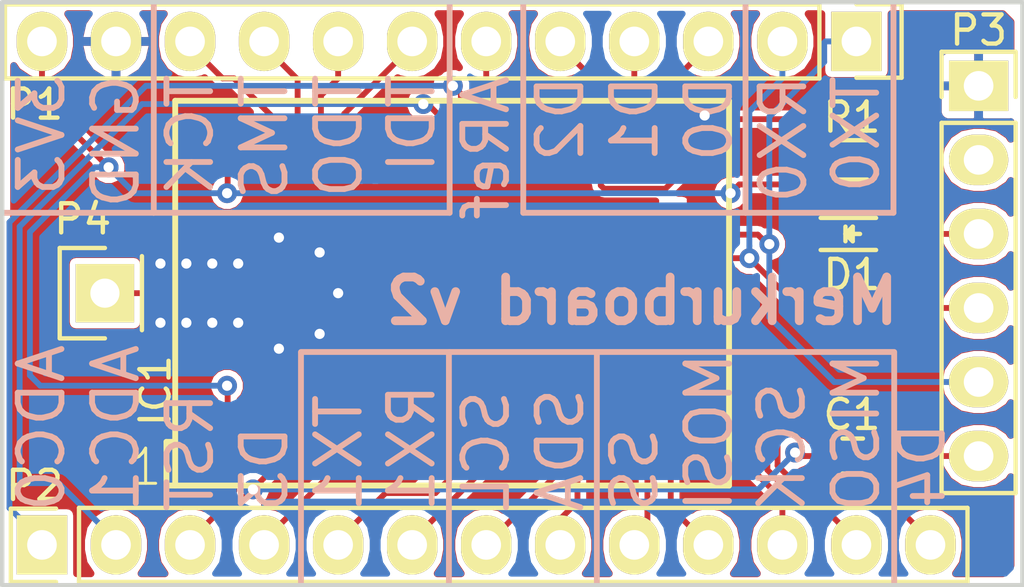
<source format=kicad_pcb>
(kicad_pcb (version 4) (host pcbnew 4.0.4+dfsg2-stable)

  (general
    (links 45)
    (no_connects 0)
    (area 124.869999 99.845599 160.075001 120.113601)
    (thickness 1.6)
    (drawings 45)
    (tracks 242)
    (zones 0)
    (modules 8)
    (nets 49)
  )

  (page A4)
  (title_block
    (date 2016-03-06)
    (rev 1)
    (comment 4 Merkurboard2)
  )

  (layers
    (0 F.Cu signal hide)
    (31 B.Cu signal)
    (32 B.Adhes user hide)
    (33 F.Adhes user)
    (34 B.Paste user)
    (35 F.Paste user)
    (36 B.SilkS user)
    (37 F.SilkS user)
    (38 B.Mask user)
    (39 F.Mask user)
    (40 Dwgs.User user)
    (41 Cmts.User user)
    (42 Eco1.User user)
    (43 Eco2.User user)
    (44 Edge.Cuts user)
    (45 Margin user)
    (46 B.CrtYd user)
    (47 F.CrtYd user)
    (48 B.Fab user)
    (49 F.Fab user)
  )

  (setup
    (last_trace_width 0.2)
    (trace_clearance 0.15)
    (zone_clearance 0.2)
    (zone_45_only yes)
    (trace_min 0.15)
    (segment_width 0.2)
    (edge_width 0.15)
    (via_size 0.68)
    (via_drill 0.35)
    (via_min_size 0.6)
    (via_min_drill 0.35)
    (uvia_size 0.3)
    (uvia_drill 0.1)
    (uvias_allowed no)
    (uvia_min_size 0.2)
    (uvia_min_drill 0.1)
    (pcb_text_width 0.3)
    (pcb_text_size 1.5 1.5)
    (mod_edge_width 0.15)
    (mod_text_size 1 1)
    (mod_text_width 0.15)
    (pad_size 2 2)
    (pad_drill 1)
    (pad_to_mask_clearance 0.2)
    (aux_axis_origin 0 0)
    (visible_elements FFFEFF4B)
    (pcbplotparams
      (layerselection 0x01050_fffffffe)
      (usegerberextensions false)
      (excludeedgelayer true)
      (linewidth 0.100000)
      (plotframeref false)
      (viasonmask false)
      (mode 1)
      (useauxorigin false)
      (hpglpennumber 1)
      (hpglpenspeed 20)
      (hpglpendiameter 15)
      (hpglpenoverlay 2)
      (psnegative false)
      (psa4output false)
      (plotreference true)
      (plotvalue true)
      (plotinvisibletext false)
      (padsonsilk false)
      (subtractmaskfromsilk false)
      (outputformat 4)
      (mirror true)
      (drillshape 0)
      (scaleselection 1)
      (outputdirectory pics))
  )

  (net 0 "")
  (net 1 GND)
  (net 2 +3V3)
  (net 3 "Net-(C1-Pad1)")
  (net 4 "Net-(IC1-Pad5)")
  (net 5 "Net-(IC1-Pad6)")
  (net 6 "Net-(IC1-Pad7)")
  (net 7 "Net-(IC1-Pad8)")
  (net 8 "Net-(IC1-Pad9)")
  (net 9 "Net-(IC1-Pad10)")
  (net 10 PE6)
  (net 11 PD3)
  (net 12 PD2)
  (net 13 "Net-(IC1-Pad15)")
  (net 14 PD0)
  (net 15 PD1)
  (net 16 "Net-(IC1-Pad18)")
  (net 17 "Net-(IC1-Pad19)")
  (net 18 PB0)
  (net 19 PB2)
  (net 20 PB1)
  (net 21 PB3)
  (net 22 PB4)
  (net 23 "Net-(IC1-Pad25)")
  (net 24 "Net-(IC1-Pad26)")
  (net 25 "Net-(IC1-Pad27)")
  (net 26 "Net-(IC1-Pad28)")
  (net 27 "Net-(IC1-Pad29)")
  (net 28 "Net-(IC1-Pad30)")
  (net 29 PE3)
  (net 30 PE4)
  (net 31 PE5)
  (net 32 "Net-(IC1-Pad35)")
  (net 33 "Net-(IC1-Pad36)")
  (net 34 "Net-(IC1-Pad37)")
  (net 35 "Net-(IC1-Pad38)")
  (net 36 "Net-(IC1-Pad39)")
  (net 37 PF0)
  (net 38 PF1)
  (net 39 "Net-(IC1-Pad42)")
  (net 40 "Net-(IC1-Pad43)")
  (net 41 "Net-(IC1-Pad45)")
  (net 42 "Net-(IC1-Pad46)")
  (net 43 "Net-(IC1-Pad47)")
  (net 44 "Net-(IC1-Pad48)")
  (net 45 "Net-(IC1-Pad53)")
  (net 46 "Net-(D1-Pad1)")
  (net 47 "Net-(P3-Pad2)")
  (net 48 "Net-(C1-Pad2)")

  (net_class Default "Dies ist die voreingestellte Netzklasse."
    (clearance 0.15)
    (trace_width 0.2)
    (via_dia 0.68)
    (via_drill 0.35)
    (uvia_dia 0.3)
    (uvia_drill 0.1)
    (add_net +3V3)
    (add_net GND)
    (add_net "Net-(C1-Pad1)")
    (add_net "Net-(C1-Pad2)")
    (add_net "Net-(D1-Pad1)")
    (add_net "Net-(IC1-Pad10)")
    (add_net "Net-(IC1-Pad15)")
    (add_net "Net-(IC1-Pad18)")
    (add_net "Net-(IC1-Pad19)")
    (add_net "Net-(IC1-Pad25)")
    (add_net "Net-(IC1-Pad26)")
    (add_net "Net-(IC1-Pad27)")
    (add_net "Net-(IC1-Pad28)")
    (add_net "Net-(IC1-Pad29)")
    (add_net "Net-(IC1-Pad30)")
    (add_net "Net-(IC1-Pad35)")
    (add_net "Net-(IC1-Pad36)")
    (add_net "Net-(IC1-Pad37)")
    (add_net "Net-(IC1-Pad38)")
    (add_net "Net-(IC1-Pad39)")
    (add_net "Net-(IC1-Pad42)")
    (add_net "Net-(IC1-Pad43)")
    (add_net "Net-(IC1-Pad45)")
    (add_net "Net-(IC1-Pad46)")
    (add_net "Net-(IC1-Pad47)")
    (add_net "Net-(IC1-Pad48)")
    (add_net "Net-(IC1-Pad5)")
    (add_net "Net-(IC1-Pad53)")
    (add_net "Net-(IC1-Pad6)")
    (add_net "Net-(IC1-Pad7)")
    (add_net "Net-(IC1-Pad8)")
    (add_net "Net-(IC1-Pad9)")
    (add_net "Net-(P3-Pad2)")
    (add_net PB0)
    (add_net PB1)
    (add_net PB2)
    (add_net PB3)
    (add_net PB4)
    (add_net PD0)
    (add_net PD1)
    (add_net PD2)
    (add_net PD3)
    (add_net PE3)
    (add_net PE4)
    (add_net PE5)
    (add_net PE6)
    (add_net PF0)
    (add_net PF1)
  )

  (module Capacitors_SMD:C_0603 (layer F.Cu) (tedit 56FFC3C2) (tstamp 56DC0811)
    (at 154.178 115.57)
    (descr "Capacitor SMD 0603, reflow soldering, AVX (see smccp.pdf)")
    (tags "capacitor 0603")
    (path /56DBEBCB)
    (attr smd)
    (fp_text reference C1 (at -0.028 -1.42 180) (layer F.SilkS)
      (effects (font (size 1 1) (thickness 0.15)))
    )
    (fp_text value 100n (at 0 -1.397) (layer F.Fab)
      (effects (font (size 0.8 0.8) (thickness 0.15)))
    )
    (fp_line (start -1.45 -0.75) (end 1.45 -0.75) (layer F.CrtYd) (width 0.05))
    (fp_line (start -1.45 0.75) (end 1.45 0.75) (layer F.CrtYd) (width 0.05))
    (fp_line (start -1.45 -0.75) (end -1.45 0.75) (layer F.CrtYd) (width 0.05))
    (fp_line (start 1.45 -0.75) (end 1.45 0.75) (layer F.CrtYd) (width 0.05))
    (fp_line (start -0.35 -0.6) (end 0.35 -0.6) (layer F.SilkS) (width 0.15))
    (fp_line (start 0.35 0.6) (end -0.35 0.6) (layer F.SilkS) (width 0.15))
    (pad 1 smd rect (at -0.75 0) (size 0.8 0.75) (layers F.Cu F.Paste F.Mask)
      (net 3 "Net-(C1-Pad1)"))
    (pad 2 smd rect (at 0.75 0) (size 0.8 0.75) (layers F.Cu F.Paste F.Mask)
      (net 48 "Net-(C1-Pad2)"))
    (model Capacitors_SMD.3dshapes/C_0603.wrl
      (at (xyz 0 0 0))
      (scale (xyz 1 1 1))
      (rotate (xyz 0 0 0))
    )
  )

  (module deRFmega:A-M10 (layer F.Cu) (tedit 56F970B8) (tstamp 56DC06EF)
    (at 140.335 109.982)
    (descr "55pin LGA package, pitch 0.8mm")
    (tags "6lowpan modules by Dresden Elektronik")
    (path /56DB4069)
    (fp_text reference IC1 (at -10.668 2.032 90) (layer F.SilkS)
      (effects (font (size 1 1) (thickness 0.15)) (justify right top))
    )
    (fp_text value deRFmega128-22M10 (at 10.16 -8.89) (layer F.SilkS) hide
      (effects (font (size 1 1) (thickness 0.15)) (justify right top))
    )
    (fp_line (start -9.4 5.1) (end -9.7 5.1) (layer F.SilkS) (width 0.2))
    (fp_line (start -9.7 5.1) (end -9.7 6.6) (layer F.SilkS) (width 0.2))
    (fp_line (start -9.7 6.6) (end -9.4 6.6) (layer F.SilkS) (width 0.2))
    (fp_line (start -9.4 6.6) (end 9.6 6.6) (layer F.SilkS) (width 0.2))
    (fp_line (start 9.6 6.6) (end 9.6 -6.6) (layer F.SilkS) (width 0.2))
    (fp_line (start 9.6 -6.6) (end -9.4 -6.6) (layer F.SilkS) (width 0.2))
    (fp_line (start -9.4 -6.6) (end -9.4 6.6) (layer F.SilkS) (width 0.2))
    (fp_text user 1 (at -10.414 5.969) (layer F.SilkS)
      (effects (font (size 1.2065 1.2065) (thickness 0.1016)))
    )
    (pad 1 smd rect (at -8.4 5.6 90) (size 0.6 0.6) (layers F.Cu F.Paste F.Mask)
      (net 1 GND))
    (pad 2 smd rect (at -7.6 4.3 90) (size 0.6 0.6) (layers F.Cu F.Paste F.Mask)
      (net 2 +3V3))
    (pad 3 smd rect (at -6.8 5.6 90) (size 0.6 0.6) (layers F.Cu F.Paste F.Mask)
      (net 1 GND))
    (pad 4 smd rect (at -6 4.3 90) (size 0.6 0.6) (layers F.Cu F.Paste F.Mask)
      (net 3 "Net-(C1-Pad1)"))
    (pad 5 smd rect (at -5.2 5.6 90) (size 0.6 0.6) (layers F.Cu F.Paste F.Mask)
      (net 4 "Net-(IC1-Pad5)"))
    (pad 6 smd rect (at -4.4 4.3 90) (size 0.6 0.6) (layers F.Cu F.Paste F.Mask)
      (net 5 "Net-(IC1-Pad6)"))
    (pad 7 smd rect (at -3.6 5.6 90) (size 0.6 0.6) (layers F.Cu F.Paste F.Mask)
      (net 6 "Net-(IC1-Pad7)"))
    (pad 8 smd rect (at -2.8 4.3 90) (size 0.6 0.6) (layers F.Cu F.Paste F.Mask)
      (net 7 "Net-(IC1-Pad8)"))
    (pad 9 smd rect (at -2 5.6 90) (size 0.6 0.6) (layers F.Cu F.Paste F.Mask)
      (net 8 "Net-(IC1-Pad9)"))
    (pad 10 smd rect (at -1.2 4.3 90) (size 0.6 0.6) (layers F.Cu F.Paste F.Mask)
      (net 9 "Net-(IC1-Pad10)"))
    (pad 11 smd rect (at -0.4 5.6 90) (size 0.6 0.6) (layers F.Cu F.Paste F.Mask)
      (net 10 PE6))
    (pad 12 smd rect (at 0.4 4.3 90) (size 0.6 0.6) (layers F.Cu F.Paste F.Mask)
      (net 11 PD3))
    (pad 13 smd rect (at 1.2 5.6 90) (size 0.6 0.6) (layers F.Cu F.Paste F.Mask)
      (net 12 PD2))
    (pad 14 smd rect (at 2 4.3 90) (size 0.6 0.6) (layers F.Cu F.Paste F.Mask)
      (net 1 GND))
    (pad 15 smd rect (at 2.8 5.6 90) (size 0.6 0.6) (layers F.Cu F.Paste F.Mask)
      (net 13 "Net-(IC1-Pad15)"))
    (pad 16 smd rect (at 3.6 4.3 90) (size 0.6 0.6) (layers F.Cu F.Paste F.Mask)
      (net 14 PD0))
    (pad 17 smd rect (at 4.4 5.6 90) (size 0.6 0.6) (layers F.Cu F.Paste F.Mask)
      (net 15 PD1))
    (pad 18 smd rect (at 5.2 4.3 90) (size 0.6 0.6) (layers F.Cu F.Paste F.Mask)
      (net 16 "Net-(IC1-Pad18)"))
    (pad 19 smd rect (at 6 5.6 90) (size 0.6 0.6) (layers F.Cu F.Paste F.Mask)
      (net 17 "Net-(IC1-Pad19)"))
    (pad 20 smd rect (at 6.8 4.3 90) (size 0.6 0.6) (layers F.Cu F.Paste F.Mask)
      (net 18 PB0))
    (pad 21 smd rect (at 7.6 5.6 90) (size 0.6 0.6) (layers F.Cu F.Paste F.Mask)
      (net 19 PB2))
    (pad 22 smd rect (at 8.4 4.3 90) (size 0.6 0.6) (layers F.Cu F.Paste F.Mask)
      (net 20 PB1))
    (pad 23 smd rect (at 9 2.8 90) (size 0.6 0.6) (layers F.Cu F.Paste F.Mask)
      (net 21 PB3))
    (pad 24 smd rect (at 7.7 2 90) (size 0.6 0.6) (layers F.Cu F.Paste F.Mask)
      (net 22 PB4))
    (pad 25 smd rect (at 9 1.2 90) (size 0.6 0.6) (layers F.Cu F.Paste F.Mask)
      (net 23 "Net-(IC1-Pad25)"))
    (pad 26 smd rect (at 7.7 0.4 90) (size 0.6 0.6) (layers F.Cu F.Paste F.Mask)
      (net 24 "Net-(IC1-Pad26)"))
    (pad 27 smd rect (at 9 -0.4 90) (size 0.6 0.6) (layers F.Cu F.Paste F.Mask)
      (net 25 "Net-(IC1-Pad27)"))
    (pad 28 smd rect (at 7.7 -1.2 90) (size 0.6 0.6) (layers F.Cu F.Paste F.Mask)
      (net 26 "Net-(IC1-Pad28)"))
    (pad 29 smd rect (at 9 -2 90) (size 0.6 0.6) (layers F.Cu F.Paste F.Mask)
      (net 27 "Net-(IC1-Pad29)"))
    (pad 30 smd rect (at 7.7 -2.8 90) (size 0.6 0.6) (layers F.Cu F.Paste F.Mask)
      (net 28 "Net-(IC1-Pad30)"))
    (pad 31 smd rect (at 7.6 -5.6 90) (size 0.6 0.6) (layers F.Cu F.Paste F.Mask)
      (net 1 GND))
    (pad 32 smd rect (at 6.8 -4.3 90) (size 0.6 0.6) (layers F.Cu F.Paste F.Mask)
      (net 29 PE3))
    (pad 33 smd rect (at 6 -5.6 90) (size 0.6 0.6) (layers F.Cu F.Paste F.Mask)
      (net 30 PE4))
    (pad 34 smd rect (at 5.2 -4.3 90) (size 0.6 0.6) (layers F.Cu F.Paste F.Mask)
      (net 31 PE5))
    (pad 35 smd rect (at 4.4 -5.6 90) (size 0.6 0.6) (layers F.Cu F.Paste F.Mask)
      (net 32 "Net-(IC1-Pad35)"))
    (pad 36 smd rect (at 3.6 -4.3 90) (size 0.6 0.6) (layers F.Cu F.Paste F.Mask)
      (net 33 "Net-(IC1-Pad36)"))
    (pad 37 smd rect (at 2.8 -5.6 90) (size 0.6 0.6) (layers F.Cu F.Paste F.Mask)
      (net 34 "Net-(IC1-Pad37)"))
    (pad 38 smd rect (at 2 -4.3 90) (size 0.6 0.6) (layers F.Cu F.Paste F.Mask)
      (net 35 "Net-(IC1-Pad38)"))
    (pad 39 smd rect (at 1.2 -5.6 90) (size 0.6 0.6) (layers F.Cu F.Paste F.Mask)
      (net 36 "Net-(IC1-Pad39)"))
    (pad 40 smd rect (at 0.4 -4.3 90) (size 0.6 0.6) (layers F.Cu F.Paste F.Mask)
      (net 37 PF0))
    (pad 41 smd rect (at -0.4 -5.6 90) (size 0.6 0.6) (layers F.Cu F.Paste F.Mask)
      (net 38 PF1))
    (pad 42 smd rect (at -1.2 -4.3 90) (size 0.6 0.6) (layers F.Cu F.Paste F.Mask)
      (net 39 "Net-(IC1-Pad42)"))
    (pad 43 smd rect (at -2 -5.6 90) (size 0.6 0.6) (layers F.Cu F.Paste F.Mask)
      (net 40 "Net-(IC1-Pad43)"))
    (pad 44 smd rect (at -2.8 -4.3 90) (size 0.6 0.6) (layers F.Cu F.Paste F.Mask)
      (net 1 GND))
    (pad 45 smd rect (at -3.6 -5.6 90) (size 0.6 0.6) (layers F.Cu F.Paste F.Mask)
      (net 41 "Net-(IC1-Pad45)"))
    (pad 46 smd rect (at -4.4 -4.3 90) (size 0.6 0.6) (layers F.Cu F.Paste F.Mask)
      (net 42 "Net-(IC1-Pad46)"))
    (pad 47 smd rect (at -5.2 -5.6 90) (size 0.6 0.6) (layers F.Cu F.Paste F.Mask)
      (net 43 "Net-(IC1-Pad47)"))
    (pad 48 smd rect (at -6 -4.3 90) (size 0.6 0.6) (layers F.Cu F.Paste F.Mask)
      (net 44 "Net-(IC1-Pad48)"))
    (pad 49 smd rect (at -6.8 -5.6 90) (size 0.6 0.6) (layers F.Cu F.Paste F.Mask)
      (net 1 GND))
    (pad 50 smd rect (at -7.6 -4.3 90) (size 0.6 0.6) (layers F.Cu F.Paste F.Mask)
      (net 2 +3V3))
    (pad 51 smd rect (at -8.4 -5.6 90) (size 0.6 0.6) (layers F.Cu F.Paste F.Mask)
      (net 1 GND))
    (pad 53 smd circle (at -6.14 0) (size 0.6 0.6) (layers F.Cu F.Paste F.Mask)
      (net 45 "Net-(IC1-Pad53)"))
    (pad 52 smd oval (at -5.8 -1) (size 1.3 0.2) (layers F.Cu F.Paste F.Mask)
      (net 1 GND))
    (pad 54 smd oval (at -5.8 1) (size 1.3 0.2) (layers F.Cu F.Paste F.Mask)
      (net 1 GND))
    (pad 55 smd oval (at -4.7 0 90) (size 1.3 0.2) (layers F.Cu F.Paste F.Mask)
      (net 1 GND))
  )

  (module Pin_Headers:Pin_Header_Straight_1x06 (layer F.Cu) (tedit 56F970D8) (tstamp 56DC07DC)
    (at 158.496 102.87)
    (descr "Through hole pin header")
    (tags "pin header")
    (path /56DB44FE)
    (fp_text reference P3 (at 0 -1.905 180) (layer F.SilkS)
      (effects (font (size 1 1) (thickness 0.15)))
    )
    (fp_text value SV3 (at 0 -1.905) (layer F.Fab) hide
      (effects (font (size 0.8 0.8) (thickness 0.15)))
    )
    (fp_line (start -1.27 -1.1684) (end 1.2446 -1.1684) (layer F.SilkS) (width 0.15))
    (fp_line (start 1.27 1.27) (end 1.27 13.97) (layer F.SilkS) (width 0.15))
    (fp_line (start 1.27 13.97) (end -1.27 13.97) (layer F.SilkS) (width 0.15))
    (fp_line (start -1.27 13.97) (end -1.27 1.27) (layer F.SilkS) (width 0.15))
    (fp_line (start 1.2706 -1.169) (end 1.2706 0.381) (layer F.SilkS) (width 0.15))
    (fp_line (start 1.27 1.27) (end -1.27 1.27) (layer F.SilkS) (width 0.15))
    (fp_line (start -1.2706 0.381) (end -1.2706 -1.169) (layer F.SilkS) (width 0.15))
    (pad 1 thru_hole rect (at 0 0) (size 2.032 1.7272) (drill 1.016) (layers *.Cu *.Mask F.SilkS)
      (net 1 GND))
    (pad 2 thru_hole oval (at 0 2.54) (size 2.032 1.7272) (drill 1.016) (layers *.Cu *.Mask F.SilkS)
      (net 47 "Net-(P3-Pad2)"))
    (pad 3 thru_hole oval (at 0 5.08) (size 2.032 1.7272) (drill 1.016) (layers *.Cu *.Mask F.SilkS)
      (net 2 +3V3))
    (pad 4 thru_hole oval (at 0 7.62) (size 2.032 1.7272) (drill 1.016) (layers *.Cu *.Mask F.SilkS)
      (net 26 "Net-(IC1-Pad28)"))
    (pad 5 thru_hole oval (at 0 10.16) (size 2.032 1.7272) (drill 1.016) (layers *.Cu *.Mask F.SilkS)
      (net 27 "Net-(IC1-Pad29)"))
    (pad 6 thru_hole oval (at 0 12.7) (size 2.032 1.7272) (drill 1.016) (layers *.Cu *.Mask F.SilkS)
      (net 48 "Net-(C1-Pad2)"))
    (model Pin_Headers.3dshapes/Pin_Header_Straight_1x06.wrl
      (at (xyz 0 -0.25 0))
      (scale (xyz 1 1 1))
      (rotate (xyz 0 0 90))
    )
  )

  (module Pin_Header_Straight_1x13 (layer F.Cu) (tedit 56F970BE) (tstamp 56DC0784)
    (at 126.365 118.618 90)
    (descr "Through hole pin header")
    (tags "pin header")
    (path /56DB5B38)
    (fp_text reference P2 (at 2.032 -0.254 180) (layer F.SilkS)
      (effects (font (size 1 1) (thickness 0.15)))
    )
    (fp_text value SV2 (at 0.127 32.639 90) (layer F.Fab) hide
      (effects (font (size 0.8 0.8) (thickness 0.15)))
    )
    (fp_line (start 1.2446 -1.0668) (end -1.27 -1.0668) (layer F.SilkS) (width 0.15))
    (fp_line (start -1.27 1.27) (end -1.27 31.75) (layer F.SilkS) (width 0.15))
    (fp_line (start -1.27 31.75) (end 1.27 31.75) (layer F.SilkS) (width 0.15))
    (fp_line (start 1.27 31.75) (end 1.27 1.27) (layer F.SilkS) (width 0.15))
    (fp_line (start 1.2452 -1.0674) (end 1.2452 0.4826) (layer F.SilkS) (width 0.15))
    (fp_line (start 1.27 1.27) (end -1.27 1.27) (layer F.SilkS) (width 0.15))
    (fp_line (start -1.2706 0.4826) (end -1.2706 -1.0674) (layer F.SilkS) (width 0.15))
    (pad 1 thru_hole rect (at 0 0 90) (size 2.032 1.7272) (drill 1.016) (layers *.Cu *.Mask F.SilkS)
      (net 37 PF0))
    (pad 2 thru_hole oval (at 0 2.54 90) (size 2.032 1.7272) (drill 1.016) (layers *.Cu *.Mask F.SilkS)
      (net 38 PF1))
    (pad 3 thru_hole oval (at 0 5.08 90) (size 2.032 1.7272) (drill 1.016) (layers *.Cu *.Mask F.SilkS)
      (net 3 "Net-(C1-Pad1)"))
    (pad 4 thru_hole oval (at 0 7.62 90) (size 2.032 1.7272) (drill 1.016) (layers *.Cu *.Mask F.SilkS)
      (net 10 PE6))
    (pad 5 thru_hole oval (at 0 10.16 90) (size 2.032 1.7272) (drill 1.016) (layers *.Cu *.Mask F.SilkS)
      (net 11 PD3))
    (pad 6 thru_hole oval (at 0 12.7 90) (size 2.032 1.7272) (drill 1.016) (layers *.Cu *.Mask F.SilkS)
      (net 12 PD2))
    (pad 7 thru_hole oval (at 0 15.24 90) (size 2.032 1.7272) (drill 1.016) (layers *.Cu *.Mask F.SilkS)
      (net 14 PD0))
    (pad 8 thru_hole oval (at 0 17.78 90) (size 2.032 1.7272) (drill 1.016) (layers *.Cu *.Mask F.SilkS)
      (net 15 PD1))
    (pad 9 thru_hole oval (at 0 20.32 90) (size 2.032 1.7272) (drill 1.016) (layers *.Cu *.Mask F.SilkS)
      (net 18 PB0))
    (pad 10 thru_hole oval (at 0 22.86 90) (size 2.032 1.7272) (drill 1.016) (layers *.Cu *.Mask F.SilkS)
      (net 19 PB2))
    (pad 11 thru_hole oval (at 0 25.4 90) (size 2.032 1.7272) (drill 1.016) (layers *.Cu *.Mask F.SilkS)
      (net 20 PB1))
    (pad 12 thru_hole oval (at 0 27.94 90) (size 2.032 1.7272) (drill 1.016) (layers *.Cu *.Mask F.SilkS)
      (net 21 PB3))
    (pad 13 thru_hole oval (at 0 30.48 90) (size 2.032 1.7272) (drill 1.016) (layers *.Cu *.Mask F.SilkS)
      (net 22 PB4))
    (model Pin_Headers.3dshapes/Pin_Header_Straight_1x13.wrl
      (at (xyz 0 -0.6 0))
      (scale (xyz 1 1 1))
      (rotate (xyz 0 0 90))
    )
  )

  (module Resistors_SMD:R_0603 (layer F.Cu) (tedit 56FFC3D9) (tstamp 56DC0769)
    (at 154.178 105.41)
    (descr "Resistor SMD 0603, reflow soldering, Vishay (see dcrcw.pdf)")
    (tags "resistor 0603")
    (path /56DB4C19)
    (attr smd)
    (fp_text reference R1 (at -0.028 -1.46 180) (layer F.SilkS)
      (effects (font (size 1 1) (thickness 0.15)))
    )
    (fp_text value 300 (at 0 -1.524) (layer F.Fab)
      (effects (font (size 0.8 0.8) (thickness 0.15)))
    )
    (fp_line (start -1.3 -0.8) (end 1.3 -0.8) (layer F.CrtYd) (width 0.05))
    (fp_line (start -1.3 0.8) (end 1.3 0.8) (layer F.CrtYd) (width 0.05))
    (fp_line (start -1.3 -0.8) (end -1.3 0.8) (layer F.CrtYd) (width 0.05))
    (fp_line (start 1.3 -0.8) (end 1.3 0.8) (layer F.CrtYd) (width 0.05))
    (fp_line (start 0.5 0.675) (end -0.5 0.675) (layer F.SilkS) (width 0.15))
    (fp_line (start -0.5 -0.675) (end 0.5 -0.675) (layer F.SilkS) (width 0.15))
    (pad 1 smd rect (at -0.75 0) (size 0.5 0.9) (layers F.Cu F.Paste F.Mask)
      (net 46 "Net-(D1-Pad1)"))
    (pad 2 smd rect (at 0.75 0) (size 0.5 0.9) (layers F.Cu F.Paste F.Mask)
      (net 31 PE5))
    (model Resistors_SMD.3dshapes/R_0603.wrl
      (at (xyz 0 0 0))
      (scale (xyz 1 1 1))
      (rotate (xyz 0 0 0))
    )
  )

  (module Pin_Headers:Pin_Header_Straight_1x01 (layer F.Cu) (tedit 57013E7D) (tstamp 56DC07F3)
    (at 128.524 109.982 90)
    (descr "Through hole pin header")
    (tags "pin header")
    (path /56DB45F6)
    (fp_text reference P4 (at 2.54 -0.762 180) (layer F.SilkS)
      (effects (font (size 1 1) (thickness 0.15)))
    )
    (fp_text value Antenna (at 0 -2.54 90) (layer F.Fab)
      (effects (font (size 0.8 0.8) (thickness 0.15)))
    )
    (fp_line (start 1.55 -1.55) (end 1.55 0) (layer F.SilkS) (width 0.15))
    (fp_line (start -1.75 -1.75) (end -1.75 1.75) (layer F.CrtYd) (width 0.05))
    (fp_line (start 1.75 -1.75) (end 1.75 1.75) (layer F.CrtYd) (width 0.05))
    (fp_line (start -1.75 -1.75) (end 1.75 -1.75) (layer F.CrtYd) (width 0.05))
    (fp_line (start -1.75 1.75) (end 1.75 1.75) (layer F.CrtYd) (width 0.05))
    (fp_line (start -1.55 0) (end -1.55 -1.55) (layer F.SilkS) (width 0.15))
    (fp_line (start -1.55 -1.55) (end 1.55 -1.55) (layer F.SilkS) (width 0.15))
    (fp_line (start -1.27 1.27) (end 1.27 1.27) (layer F.SilkS) (width 0.15))
    (pad 1 thru_hole rect (at 0 0 90) (size 2 2) (drill 1) (layers *.Cu *.Mask F.SilkS)
      (net 45 "Net-(IC1-Pad53)"))
    (model Pin_Headers.3dshapes/Pin_Header_Straight_1x01.wrl
      (at (xyz 0 0 0))
      (scale (xyz 1 1 1))
      (rotate (xyz 0 0 90))
    )
  )

  (module LEDs:LED_0603 (layer F.Cu) (tedit 56FFC3CC) (tstamp 56DC0801)
    (at 154.178 107.95)
    (descr "LED 0603 smd package")
    (tags "LED led 0603 SMD smd SMT smt smdled SMDLED smtled SMTLED")
    (path /56DB4CEC)
    (attr smd)
    (fp_text reference D1 (at -0.028 1.4 180) (layer F.SilkS)
      (effects (font (size 1 1) (thickness 0.15)))
    )
    (fp_text value LED (at 0.127 1.524) (layer F.Fab)
      (effects (font (size 0.8 0.8) (thickness 0.15)))
    )
    (fp_line (start -1.1 0.55) (end 0.8 0.55) (layer F.SilkS) (width 0.15))
    (fp_line (start -1.1 -0.55) (end 0.8 -0.55) (layer F.SilkS) (width 0.15))
    (fp_line (start -0.2 0) (end 0.25 0) (layer F.SilkS) (width 0.15))
    (fp_line (start -0.25 -0.25) (end -0.25 0.25) (layer F.SilkS) (width 0.15))
    (fp_line (start -0.25 0) (end 0 -0.25) (layer F.SilkS) (width 0.15))
    (fp_line (start 0 -0.25) (end 0 0.25) (layer F.SilkS) (width 0.15))
    (fp_line (start 0 0.25) (end -0.25 0) (layer F.SilkS) (width 0.15))
    (fp_line (start 1.4 -0.75) (end 1.4 0.75) (layer F.CrtYd) (width 0.05))
    (fp_line (start 1.4 0.75) (end -1.4 0.75) (layer F.CrtYd) (width 0.05))
    (fp_line (start -1.4 0.75) (end -1.4 -0.75) (layer F.CrtYd) (width 0.05))
    (fp_line (start -1.4 -0.75) (end 1.4 -0.75) (layer F.CrtYd) (width 0.05))
    (pad 2 smd rect (at 0.7493 0 180) (size 0.79756 0.79756) (layers F.Cu F.Paste F.Mask)
      (net 2 +3V3))
    (pad 1 smd rect (at -0.7493 0 180) (size 0.79756 0.79756) (layers F.Cu F.Paste F.Mask)
      (net 46 "Net-(D1-Pad1)"))
    (model LEDs.3dshapes/LED_0603.wrl
      (at (xyz 0 0 0))
      (scale (xyz 1 1 1))
      (rotate (xyz 0 0 180))
    )
  )

  (module pin-header-mod:Pin_Header_Straight_1x12 (layer F.Cu) (tedit 56F970C9) (tstamp 56DC1DEE)
    (at 154.305 101.346 270)
    (descr "Through hole pin header")
    (tags "pin header")
    (path /56DB4280)
    (fp_text reference P1 (at 2.159 28.194 360) (layer F.SilkS)
      (effects (font (size 1 1) (thickness 0.15)))
    )
    (fp_text value SV1 (at 0 -2.286 270) (layer F.Fab) hide
      (effects (font (size 0.8 0.8) (thickness 0.15)))
    )
    (fp_line (start 1.2446 -1.5494) (end -1.2446 -1.5494) (layer F.SilkS) (width 0.15))
    (fp_line (start 1.27 1.27) (end 1.27 29.21) (layer F.SilkS) (width 0.15))
    (fp_line (start 1.27 29.21) (end -1.27 29.21) (layer F.SilkS) (width 0.15))
    (fp_line (start -1.27 29.21) (end -1.27 1.27) (layer F.SilkS) (width 0.15))
    (fp_line (start 1.2452 -1.55) (end 1.2452 0) (layer F.SilkS) (width 0.15))
    (fp_line (start 1.27 1.27) (end -1.27 1.27) (layer F.SilkS) (width 0.15))
    (fp_line (start -1.2754 -0.0016) (end -1.2754 -1.5516) (layer F.SilkS) (width 0.15))
    (pad 1 thru_hole rect (at 0 0 270) (size 2.032 1.7272) (drill 1.016) (layers *.Cu *.Mask F.SilkS)
      (net 27 "Net-(IC1-Pad29)"))
    (pad 2 thru_hole oval (at 0 2.54 270) (size 2.032 1.7272) (drill 1.016) (layers *.Cu *.Mask F.SilkS)
      (net 26 "Net-(IC1-Pad28)"))
    (pad 3 thru_hole oval (at 0 5.08 270) (size 2.032 1.7272) (drill 1.016) (layers *.Cu *.Mask F.SilkS)
      (net 29 PE3))
    (pad 4 thru_hole oval (at 0 7.62 270) (size 2.032 1.7272) (drill 1.016) (layers *.Cu *.Mask F.SilkS)
      (net 30 PE4))
    (pad 5 thru_hole oval (at 0 10.16 270) (size 2.032 1.7272) (drill 1.016) (layers *.Cu *.Mask F.SilkS)
      (net 31 PE5))
    (pad 6 thru_hole oval (at 0 12.7 270) (size 2.032 1.7272) (drill 1.016) (layers *.Cu *.Mask F.SilkS)
      (net 36 "Net-(IC1-Pad39)"))
    (pad 7 thru_hole oval (at 0 15.24 270) (size 2.032 1.7272) (drill 1.016) (layers *.Cu *.Mask F.SilkS)
      (net 41 "Net-(IC1-Pad45)"))
    (pad 8 thru_hole oval (at 0 17.78 270) (size 2.032 1.7272) (drill 1.016) (layers *.Cu *.Mask F.SilkS)
      (net 42 "Net-(IC1-Pad46)"))
    (pad 9 thru_hole oval (at 0 20.32 270) (size 2.032 1.7272) (drill 1.016) (layers *.Cu *.Mask F.SilkS)
      (net 43 "Net-(IC1-Pad47)"))
    (pad 10 thru_hole oval (at 0 22.86 270) (size 2.032 1.7272) (drill 1.016) (layers *.Cu *.Mask F.SilkS)
      (net 44 "Net-(IC1-Pad48)"))
    (pad 11 thru_hole oval (at 0 25.4 270) (size 2.032 1.7272) (drill 1.016) (layers *.Cu *.Mask F.SilkS)
      (net 1 GND))
    (pad 12 thru_hole oval (at 0 27.94 270) (size 2.032 1.7272) (drill 1.016) (layers *.Cu *.Mask F.SilkS)
      (net 2 +3V3))
    (model Pin_Headers.3dshapes/Pin_Header_Straight_1x12.wrl
      (at (xyz 0 -0.55 0))
      (scale (xyz 1 1 1))
      (rotate (xyz 0 0 90))
    )
  )

  (gr_line (start 150.5 107.225) (end 142.875 107.225) (angle 90) (layer B.SilkS) (width 0.2))
  (gr_line (start 142.875 107.225) (end 142.875 100.025) (angle 90) (layer B.SilkS) (width 0.2) (tstamp 5766711B))
  (gr_line (start 140.325 112) (end 135.25 112) (angle 90) (layer B.SilkS) (width 0.2))
  (gr_line (start 135.25 119.975) (end 135.25 112.025) (angle 90) (layer B.SilkS) (width 0.2) (tstamp 576670A5))
  (gr_line (start 140.325 119.975) (end 140.325 112.025) (angle 90) (layer B.SilkS) (width 0.2) (tstamp 5766707D))
  (gr_line (start 155.575 107.225) (end 150.5 107.225) (angle 90) (layer B.SilkS) (width 0.2))
  (gr_line (start 155.575 107.225) (end 155.575 100.025) (angle 90) (layer B.SilkS) (width 0.2) (tstamp 57666F6B))
  (gr_line (start 150.5 107.225) (end 150.5 100.025) (angle 90) (layer B.SilkS) (width 0.2) (tstamp 57666F59))
  (gr_line (start 130.175 107.225) (end 125.075 107.225) (angle 90) (layer B.SilkS) (width 0.2))
  (gr_line (start 145.4 119.975) (end 145.4 112.025) (angle 90) (layer B.SilkS) (width 0.2))
  (gr_line (start 155.6 112.025) (end 155.6 119.975) (angle 90) (layer B.SilkS) (width 0.2))
  (gr_line (start 140.35 112) (end 155.6 112) (angle 90) (layer B.SilkS) (width 0.2))
  (gr_text D4 (at 156.55 117.5 90) (layer B.SilkS)
    (effects (font (size 1.5 1.5) (thickness 0.2)) (justify right mirror))
  )
  (gr_text MISO (at 154.3 117.6 90) (layer B.SilkS)
    (effects (font (size 1.5 1.5) (thickness 0.2)) (justify right mirror))
  )
  (gr_text MOSI (at 149.25 117.6 90) (layer B.SilkS)
    (effects (font (size 1.5 1.5) (thickness 0.2)) (justify right mirror))
  )
  (gr_text SCK (at 151.75 117.6 90) (layer B.SilkS)
    (effects (font (size 1.5 1.5) (thickness 0.2)) (justify right mirror))
  )
  (gr_text SS (at 146.7 117.6 90) (layer B.SilkS)
    (effects (font (size 1.5 1.5) (thickness 0.2)) (justify right mirror))
  )
  (gr_text SDA (at 144.15 117.6 90) (layer B.SilkS)
    (effects (font (size 1.5 1.5) (thickness 0.2)) (justify right mirror))
  )
  (gr_text SCL (at 141.6 117.6 90) (layer B.SilkS)
    (effects (font (size 1.5 1.5) (thickness 0.2)) (justify right mirror))
  )
  (gr_text RX1 (at 139.05 117.6 90) (layer B.SilkS)
    (effects (font (size 1.5 1.5) (thickness 0.2)) (justify right mirror))
  )
  (gr_text TX1 (at 136.55 117.6 90) (layer B.SilkS)
    (effects (font (size 1.5 1.5) (thickness 0.2)) (justify right mirror))
  )
  (gr_text D3 (at 134 117.6 90) (layer B.SilkS)
    (effects (font (size 1.5 1.5) (thickness 0.2)) (justify right mirror))
  )
  (gr_text RST (at 131.45 117.6 90) (layer B.SilkS)
    (effects (font (size 1.5 1.5) (thickness 0.2)) (justify right mirror))
  )
  (gr_text ADC1 (at 128.9 117.6 90) (layer B.SilkS)
    (effects (font (size 1.5 1.5) (thickness 0.2)) (justify right mirror))
  )
  (gr_text ADC0 (at 126.35 117.6 90) (layer B.SilkS)
    (effects (font (size 1.5 1.5) (thickness 0.2)) (justify right mirror))
  )
  (gr_line (start 140.35 107.225) (end 140.35 100.025) (angle 90) (layer B.SilkS) (width 0.2))
  (gr_line (start 130.2 107.225) (end 140.35 107.225) (angle 90) (layer B.SilkS) (width 0.2))
  (gr_line (start 130.2 107.225) (end 130.2 100.025) (angle 90) (layer B.SilkS) (width 0.2))
  (gr_text 3V3 (at 126.35 102.35 90) (layer B.SilkS)
    (effects (font (size 1.5 1.5) (thickness 0.2)) (justify left mirror))
  )
  (gr_text GND (at 128.9 102.35 90) (layer B.SilkS)
    (effects (font (size 1.5 1.5) (thickness 0.2)) (justify left mirror))
  )
  (gr_text TCK (at 131.45 102.35 90) (layer B.SilkS)
    (effects (font (size 1.5 1.5) (thickness 0.2)) (justify left mirror))
  )
  (gr_text TMS (at 134 102.35 90) (layer B.SilkS)
    (effects (font (size 1.5 1.5) (thickness 0.2)) (justify left mirror))
  )
  (gr_text TDO (at 136.55 102.35 90) (layer B.SilkS)
    (effects (font (size 1.5 1.5) (thickness 0.2)) (justify left mirror))
  )
  (gr_text TDI (at 139.05 102.35 90) (layer B.SilkS)
    (effects (font (size 1.5 1.5) (thickness 0.2)) (justify left mirror))
  )
  (gr_text ARef (at 141.6 102.4 90) (layer B.SilkS)
    (effects (font (size 1.5 1.5) (thickness 0.2)) (justify left mirror))
  )
  (gr_text D2 (at 144.15 102.4 90) (layer B.SilkS)
    (effects (font (size 1.5 1.5) (thickness 0.2)) (justify left mirror))
  )
  (gr_text D1 (at 146.7 102.4 90) (layer B.SilkS)
    (effects (font (size 1.5 1.5) (thickness 0.2)) (justify left mirror))
  )
  (gr_text D0 (at 149.25 102.4 90) (layer B.SilkS)
    (effects (font (size 1.5 1.5) (thickness 0.2)) (justify left mirror))
  )
  (gr_text RX0 (at 151.8 102.4 90) (layer B.SilkS)
    (effects (font (size 1.5 1.5) (thickness 0.2)) (justify left mirror))
  )
  (gr_text TX0 (at 154.3 102.4 90) (layer B.SilkS)
    (effects (font (size 1.5 1.5) (thickness 0.2)) (justify left mirror))
  )
  (gr_text "Merkurboard v2" (at 146.95 110.25) (layer B.SilkS)
    (effects (font (size 1.5 1.5) (thickness 0.3)) (justify mirror))
  )
  (gr_line (start 125 100) (end 125 120) (angle 90) (layer Edge.Cuts) (width 0.15))
  (gr_line (start 160 100) (end 125 100) (angle 90) (layer Edge.Cuts) (width 0.15))
  (gr_line (start 160 120) (end 160 100) (angle 90) (layer Edge.Cuts) (width 0.15))
  (gr_line (start 125 120) (end 160 120) (angle 90) (layer Edge.Cuts) (width 0.15))

  (segment (start 155.35 106.5) (end 156.8 105.05) (width 0.2) (layer F.Cu) (net 1))
  (segment (start 154.2 106.25) (end 154.45 106.5) (width 0.2) (layer F.Cu) (net 1))
  (segment (start 154.2 104.75) (end 154.2 106.25) (width 0.2) (layer F.Cu) (net 1))
  (segment (start 153.9 104.45) (end 154.2 104.75) (width 0.2) (layer F.Cu) (net 1))
  (segment (start 148.585001 107.682001) (end 148.585001 106.314999) (width 0.2) (layer F.Cu) (net 1))
  (segment (start 156.8 105.05) (end 156.8 102.87) (width 0.2) (layer F.Cu) (net 1))
  (segment (start 154.45 106.5) (end 155.35 106.5) (width 0.2) (layer F.Cu) (net 1))
  (segment (start 148.585001 106.314999) (end 150.45 104.45) (width 0.2) (layer F.Cu) (net 1))
  (segment (start 148.535001 107.732001) (end 148.585001 107.682001) (width 0.2) (layer F.Cu) (net 1))
  (segment (start 146.162989 107.732001) (end 148.535001 107.732001) (width 0.2) (layer F.Cu) (net 1))
  (segment (start 142.335 111.55999) (end 146.162989 107.732001) (width 0.2) (layer F.Cu) (net 1))
  (segment (start 142.335 114.282) (end 142.335 111.55999) (width 0.2) (layer F.Cu) (net 1))
  (segment (start 150.45 104.45) (end 153.9 104.45) (width 0.2) (layer F.Cu) (net 1))
  (via (at 149.098 103.886) (size 0.68) (drill 0.35) (layers F.Cu B.Cu) (net 1))
  (segment (start 150.114 102.87) (end 156.8 102.87) (width 0.2) (layer F.Cu) (net 1))
  (segment (start 156.8 102.87) (end 158.496 102.87) (width 0.2) (layer F.Cu) (net 1))
  (segment (start 134.535 110.982) (end 133.112 110.982) (width 0.2) (layer F.Cu) (net 1))
  (via (at 133.096 110.998) (size 0.68) (drill 0.35) (layers F.Cu B.Cu) (net 1))
  (via (at 134.493 111.887) (size 0.68) (drill 0.35) (layers F.Cu B.Cu) (net 1))
  (segment (start 135.590001 111.678999) (end 135.382 111.887) (width 0.2) (layer F.Cu) (net 1))
  (segment (start 135.382 111.887) (end 134.493 111.887) (width 0.2) (layer F.Cu) (net 1))
  (segment (start 134.493 111.887) (end 133.985 111.887) (width 0.2) (layer F.Cu) (net 1))
  (segment (start 133.985 111.887) (end 133.096 110.998) (width 0.2) (layer F.Cu) (net 1))
  (segment (start 133.096 110.998) (end 132.207 110.998) (width 0.2) (layer F.Cu) (net 1))
  (via (at 132.207 110.998) (size 0.68) (drill 0.35) (layers F.Cu B.Cu) (net 1))
  (segment (start 132.207 110.998) (end 131.318 110.998) (width 0.2) (layer F.Cu) (net 1))
  (via (at 131.318 110.998) (size 0.68) (drill 0.35) (layers F.Cu B.Cu) (net 1))
  (segment (start 131.318 110.998) (end 130.429 110.998) (width 0.2) (layer F.Cu) (net 1))
  (via (at 130.429 110.998) (size 0.68) (drill 0.35) (layers F.Cu B.Cu) (net 1))
  (segment (start 133.112 110.982) (end 133.096 110.998) (width 0.2) (layer F.Cu) (net 1) (tstamp 56FFA02F))
  (segment (start 149.098 103.886) (end 150.114 102.87) (width 0.2) (layer F.Cu) (net 1))
  (segment (start 148.602 104.382) (end 149.098 103.886) (width 0.2) (layer F.Cu) (net 1))
  (segment (start 147.935 104.382) (end 148.602 104.382) (width 0.2) (layer F.Cu) (net 1))
  (segment (start 135.635 109.982) (end 135.635 110.618) (width 0.2) (layer F.Cu) (net 1))
  (segment (start 135.635 110.618) (end 135.271 110.982) (width 0.2) (layer F.Cu) (net 1) (tstamp 56DDB870))
  (segment (start 135.271 110.982) (end 134.535 110.982) (width 0.2) (layer F.Cu) (net 1) (tstamp 56DDB875))
  (segment (start 134.535 108.982) (end 135.271 108.982) (width 0.2) (layer F.Cu) (net 1))
  (segment (start 135.271 108.982) (end 135.635 109.346) (width 0.2) (layer F.Cu) (net 1) (tstamp 56DDB868))
  (segment (start 135.635 109.346) (end 135.635 109.982) (width 0.2) (layer F.Cu) (net 1) (tstamp 56DDB86C))
  (segment (start 134.535 108.982) (end 134.001 108.982) (width 0.2) (layer F.Cu) (net 1))
  (segment (start 135.89 111.379) (end 135.590001 111.678999) (width 0.2) (layer F.Cu) (net 1))
  (segment (start 136.525 110.744) (end 135.89 111.379) (width 0.2) (layer F.Cu) (net 1))
  (via (at 135.89 111.379) (size 0.68) (drill 0.35) (layers F.Cu B.Cu) (net 1))
  (segment (start 136.525 109.982) (end 136.525 110.744) (width 0.2) (layer F.Cu) (net 1))
  (via (at 136.525 109.982) (size 0.68) (drill 0.35) (layers F.Cu B.Cu) (net 1))
  (segment (start 136.525 109.22) (end 136.525 109.982) (width 0.2) (layer F.Cu) (net 1))
  (segment (start 135.89 108.585) (end 136.525 109.22) (width 0.2) (layer F.Cu) (net 1))
  (segment (start 134.493 108.077) (end 135.382 108.077) (width 0.2) (layer F.Cu) (net 1))
  (segment (start 135.382 108.077) (end 135.89 108.585) (width 0.2) (layer F.Cu) (net 1))
  (via (at 135.89 108.585) (size 0.68) (drill 0.35) (layers F.Cu B.Cu) (net 1))
  (via (at 130.429 108.966) (size 0.68) (drill 0.35) (layers F.Cu B.Cu) (net 1))
  (segment (start 131.318 108.966) (end 130.429 108.966) (width 0.2) (layer F.Cu) (net 1))
  (via (at 131.318 108.966) (size 0.68) (drill 0.35) (layers F.Cu B.Cu) (net 1))
  (segment (start 132.207 108.966) (end 131.318 108.966) (width 0.2) (layer F.Cu) (net 1))
  (via (at 132.207 108.966) (size 0.68) (drill 0.35) (layers F.Cu B.Cu) (net 1))
  (segment (start 133.096 108.966) (end 132.207 108.966) (width 0.2) (layer F.Cu) (net 1))
  (segment (start 133.535 108.527) (end 133.096 108.966) (width 0.2) (layer F.Cu) (net 1))
  (via (at 133.096 108.966) (size 0.68) (drill 0.35) (layers F.Cu B.Cu) (net 1))
  (segment (start 133.535 108.516) (end 133.535 108.527) (width 0.2) (layer F.Cu) (net 1))
  (segment (start 133.535 108.077) (end 133.535 104.382) (width 0.2) (layer F.Cu) (net 1))
  (segment (start 133.535 108.516) (end 133.535 108.077) (width 0.2) (layer F.Cu) (net 1))
  (segment (start 133.535 108.077) (end 134.493 108.077) (width 0.2) (layer F.Cu) (net 1))
  (via (at 134.493 108.077) (size 0.68) (drill 0.35) (layers F.Cu B.Cu) (net 1))
  (segment (start 134.001 108.982) (end 133.535 108.516) (width 0.2) (layer F.Cu) (net 1) (tstamp 56DDB857))
  (segment (start 135.590001 111.678999) (end 135.509 111.76) (width 0.2) (layer F.Cu) (net 1))
  (segment (start 149.987 106.553) (end 150.286999 106.253001) (width 0.2) (layer F.Cu) (net 2))
  (segment (start 150.286999 106.253001) (end 152.478001 106.253001) (width 0.2) (layer F.Cu) (net 2))
  (segment (start 152.478001 106.253001) (end 152.725 106.5) (width 0.2) (layer F.Cu) (net 2))
  (segment (start 152.725 106.5) (end 152.725 108.493862) (width 0.2) (layer F.Cu) (net 2))
  (segment (start 152.725 108.493862) (end 152.829918 108.59878) (width 0.2) (layer F.Cu) (net 2))
  (segment (start 152.829918 108.59878) (end 154.9273 108.59878) (width 0.2) (layer F.Cu) (net 2))
  (segment (start 154.9273 108.59878) (end 154.9273 107.95) (width 0.2) (layer F.Cu) (net 2))
  (segment (start 140.208 106.553) (end 149.987 106.553) (width 0.2) (layer B.Cu) (net 2))
  (segment (start 128.651 105.664) (end 128.170168 105.664) (width 0.2) (layer B.Cu) (net 2))
  (segment (start 128.170168 105.664) (end 125.95 107.884168) (width 0.2) (layer B.Cu) (net 2))
  (segment (start 125.95 107.884168) (end 125.95 112.8) (width 0.2) (layer B.Cu) (net 2))
  (segment (start 125.95 112.8) (end 126.307 113.157) (width 0.2) (layer B.Cu) (net 2))
  (segment (start 126.307 113.157) (end 132.715 113.157) (width 0.2) (layer B.Cu) (net 2))
  (segment (start 132.715 106.553) (end 140.208 106.553) (width 0.2) (layer B.Cu) (net 2))
  (via (at 132.715 113.157) (size 0.68) (drill 0.35) (layers F.Cu B.Cu) (net 2))
  (segment (start 132.735 113.177) (end 132.715 113.157) (width 0.2) (layer F.Cu) (net 2))
  (segment (start 132.735 114.282) (end 132.735 113.177) (width 0.2) (layer F.Cu) (net 2))
  (segment (start 126.365 101.346) (end 126.365 103.378) (width 0.2) (layer F.Cu) (net 2))
  (segment (start 129.54 106.553) (end 132.715 106.553) (width 0.2) (layer B.Cu) (net 2) (tstamp 56DC3FC0))
  (segment (start 128.651 105.664) (end 129.54 106.553) (width 0.2) (layer B.Cu) (net 2) (tstamp 56DC3FBF))
  (via (at 128.651 105.664) (size 0.68) (drill 0.35) (layers F.Cu B.Cu) (net 2))
  (segment (start 126.365 103.378) (end 128.651 105.664) (width 0.2) (layer F.Cu) (net 2) (tstamp 56DC3FAE))
  (via (at 149.987 106.553) (size 0.68) (drill 0.35) (layers F.Cu B.Cu) (net 2))
  (segment (start 132.735 105.682) (end 132.735 106.533) (width 0.2) (layer F.Cu) (net 2))
  (segment (start 132.735 106.533) (end 132.715 106.553) (width 0.2) (layer F.Cu) (net 2))
  (via (at 132.715 106.553) (size 0.68) (drill 0.35) (layers F.Cu B.Cu) (net 2))
  (segment (start 154.9273 107.95) (end 155.57608 107.95) (width 0.2) (layer F.Cu) (net 2))
  (segment (start 155.57608 107.95) (end 158.496 107.95) (width 0.2) (layer F.Cu) (net 2))
  (segment (start 152.2 115.45) (end 150.937 116.713) (width 0.2) (layer B.Cu) (net 3))
  (segment (start 150.937 116.713) (end 133.604 116.713) (width 0.2) (layer B.Cu) (net 3))
  (segment (start 152.23 115.57) (end 152.2 115.54) (width 0.2) (layer F.Cu) (net 3))
  (segment (start 152.2 115.54) (end 152.2 115.45) (width 0.2) (layer F.Cu) (net 3))
  (via (at 152.2 115.45) (size 0.68) (drill 0.35) (layers F.Cu B.Cu) (net 3))
  (segment (start 152.53 115.57) (end 152.23 115.57) (width 0.2) (layer F.Cu) (net 3))
  (segment (start 153.428 115.57) (end 152.53 115.57) (width 0.2) (layer F.Cu) (net 3))
  (via (at 133.604 116.713) (size 0.68) (drill 0.35) (layers F.Cu B.Cu) (net 3))
  (segment (start 133.604 116.713) (end 133.596501 116.705501) (width 0.2) (layer F.Cu) (net 3) (tstamp 56FF9A1C))
  (segment (start 133.596501 116.705501) (end 133.604 116.713) (width 0.2) (layer F.Cu) (net 3) (tstamp 56FF9A1D))
  (segment (start 133.604 116.713) (end 133.604 116.698002) (width 0.2) (layer F.Cu) (net 3) (tstamp 56FF9A25))
  (segment (start 133.096 117.221) (end 132.6896 117.221) (width 0.2) (layer F.Cu) (net 3))
  (segment (start 132.6896 117.221) (end 131.445 118.4656) (width 0.2) (layer F.Cu) (net 3))
  (segment (start 131.445 118.4656) (end 131.445 118.618) (width 0.2) (layer F.Cu) (net 3))
  (segment (start 133.096 117.206002) (end 133.096 117.221) (width 0.2) (layer F.Cu) (net 3))
  (segment (start 134.335 115.967002) (end 133.604 116.698002) (width 0.2) (layer F.Cu) (net 3))
  (segment (start 133.604 116.698002) (end 133.096 117.206002) (width 0.2) (layer F.Cu) (net 3) (tstamp 56FF9A26))
  (segment (start 134.335 114.282) (end 134.335 115.967002) (width 0.2) (layer F.Cu) (net 3))
  (segment (start 139.935 115.582) (end 139.12701 116.38999) (width 0.2) (layer F.Cu) (net 10))
  (segment (start 139.12701 116.38999) (end 136.06061 116.38999) (width 0.2) (layer F.Cu) (net 10))
  (segment (start 136.06061 116.38999) (end 133.985 118.4656) (width 0.2) (layer F.Cu) (net 10))
  (segment (start 133.985 118.4656) (end 133.985 118.618) (width 0.2) (layer F.Cu) (net 10))
  (segment (start 139.862002 116.84) (end 138.1506 116.84) (width 0.2) (layer F.Cu) (net 11))
  (segment (start 138.1506 116.84) (end 136.525 118.4656) (width 0.2) (layer F.Cu) (net 11))
  (segment (start 136.525 118.4656) (end 136.525 118.618) (width 0.2) (layer F.Cu) (net 11))
  (segment (start 140.735 114.282) (end 140.735 115.967002) (width 0.2) (layer F.Cu) (net 11))
  (segment (start 140.735 115.967002) (end 139.862002 116.84) (width 0.2) (layer F.Cu) (net 11))
  (segment (start 141.535 115.582) (end 141.535 115.9956) (width 0.2) (layer F.Cu) (net 12))
  (segment (start 141.535 115.9956) (end 139.065 118.4656) (width 0.2) (layer F.Cu) (net 12))
  (segment (start 139.065 118.4656) (end 139.065 118.618) (width 0.2) (layer F.Cu) (net 12))
  (segment (start 143.935 114.282) (end 143.935 116.288) (width 0.2) (layer F.Cu) (net 14))
  (segment (start 143.935 116.288) (end 141.605 118.618) (width 0.2) (layer F.Cu) (net 14))
  (segment (start 144.735 115.582) (end 144.735 117.139) (width 0.2) (layer F.Cu) (net 15))
  (segment (start 144.735 117.139) (end 144.145 117.729) (width 0.2) (layer F.Cu) (net 15) (tstamp 56DC2DA5))
  (segment (start 144.145 117.729) (end 144.145 118.618) (width 0.2) (layer F.Cu) (net 15) (tstamp 56DC2DA6))
  (segment (start 147.135 114.282) (end 147.135 118.168) (width 0.2) (layer F.Cu) (net 18))
  (segment (start 147.135 118.168) (end 146.685 118.618) (width 0.2) (layer F.Cu) (net 18) (tstamp 56DC2D9A))
  (segment (start 147.935 115.582) (end 147.935 117.328) (width 0.2) (layer F.Cu) (net 19))
  (segment (start 147.935 117.328) (end 149.225 118.618) (width 0.2) (layer F.Cu) (net 19) (tstamp 56DC2D9D))
  (segment (start 150.85 116.15) (end 151.765 117.065) (width 0.2) (layer F.Cu) (net 20))
  (segment (start 151.765 117.065) (end 151.765 118.618) (width 0.2) (layer F.Cu) (net 20))
  (segment (start 150.85 114.4) (end 150.85 116.15) (width 0.2) (layer F.Cu) (net 20))
  (segment (start 150.75 114.3) (end 150.85 114.4) (width 0.2) (layer F.Cu) (net 20))
  (segment (start 149.253 114.3) (end 150.75 114.3) (width 0.2) (layer F.Cu) (net 20))
  (segment (start 148.735 114.282) (end 149.235 114.282) (width 0.2) (layer F.Cu) (net 20))
  (segment (start 149.235 114.282) (end 149.253 114.3) (width 0.2) (layer F.Cu) (net 20))
  (segment (start 154.305 118.4656) (end 154.305 118.618) (width 0.2) (layer F.Cu) (net 21))
  (segment (start 152.60701 117.402) (end 153.2414 117.402) (width 0.2) (layer F.Cu) (net 21))
  (segment (start 149.335 112.782) (end 149.835 112.782) (width 0.2) (layer F.Cu) (net 21))
  (segment (start 153.2414 117.402) (end 154.305 118.4656) (width 0.2) (layer F.Cu) (net 21))
  (segment (start 151.25001 116.045) (end 152.60701 117.402) (width 0.2) (layer F.Cu) (net 21))
  (segment (start 151.25001 114.19701) (end 151.25001 116.045) (width 0.2) (layer F.Cu) (net 21))
  (segment (start 149.835 112.782) (end 151.25001 114.19701) (width 0.2) (layer F.Cu) (net 21))
  (segment (start 154.305 118.4656) (end 154.305 118.618) (width 0.2) (layer B.Cu) (net 21))
  (segment (start 154.178 118.618) (end 154.305 118.618) (width 0.2) (layer B.Cu) (net 21))
  (segment (start 156.845 118.4656) (end 156.845 118.618) (width 0.2) (layer F.Cu) (net 22))
  (segment (start 155.2794 116.9) (end 156.845 118.4656) (width 0.2) (layer F.Cu) (net 22))
  (segment (start 152.6 116.9) (end 155.2794 116.9) (width 0.2) (layer F.Cu) (net 22))
  (segment (start 151.60002 115.90002) (end 152.6 116.9) (width 0.2) (layer F.Cu) (net 22))
  (segment (start 148.035 111.982) (end 149.52999 111.982) (width 0.2) (layer F.Cu) (net 22))
  (segment (start 151.60002 114.05203) (end 151.60002 115.90002) (width 0.2) (layer F.Cu) (net 22))
  (segment (start 149.52999 111.982) (end 151.60002 114.05203) (width 0.2) (layer F.Cu) (net 22))
  (segment (start 152.33999 110.49) (end 150.931989 109.081999) (width 0.2) (layer F.Cu) (net 26))
  (segment (start 150.931989 109.081999) (end 150.63199 108.782) (width 0.2) (layer F.Cu) (net 26))
  (segment (start 158.496 110.49) (end 152.33999 110.49) (width 0.2) (layer F.Cu) (net 26))
  (segment (start 150.63199 103.74501) (end 150.63199 108.357736) (width 0.2) (layer B.Cu) (net 26))
  (segment (start 148.035 108.782) (end 150.63199 108.782) (width 0.2) (layer F.Cu) (net 26))
  (segment (start 151.765 101.346) (end 151.765 102.612) (width 0.2) (layer B.Cu) (net 26))
  (via (at 150.63199 108.782) (size 0.68) (drill 0.35) (layers F.Cu B.Cu) (net 26))
  (segment (start 150.63199 108.357736) (end 150.63199 108.782) (width 0.2) (layer B.Cu) (net 26))
  (segment (start 151.765 102.612) (end 150.63199 103.74501) (width 0.2) (layer B.Cu) (net 26))
  (segment (start 151.31701 110.81099) (end 151.31701 108.3) (width 0.2) (layer B.Cu) (net 27))
  (segment (start 151.31701 108.3) (end 151.31701 108.025) (width 0.2) (layer B.Cu) (net 27))
  (segment (start 151.25 108.3) (end 151.31701 108.3) (width 0.2) (layer F.Cu) (net 27))
  (via (at 151.31701 108.3) (size 0.68) (drill 0.35) (layers F.Cu B.Cu) (net 27))
  (segment (start 150.925 107.975) (end 151.25 108.3) (width 0.2) (layer F.Cu) (net 27))
  (segment (start 149.842 107.975) (end 150.925 107.975) (width 0.2) (layer F.Cu) (net 27))
  (segment (start 149.335 107.982) (end 149.835 107.982) (width 0.2) (layer F.Cu) (net 27))
  (segment (start 149.835 107.982) (end 149.842 107.975) (width 0.2) (layer F.Cu) (net 27))
  (segment (start 151.31701 108.025) (end 151.31701 106.903397) (width 0.2) (layer B.Cu) (net 27))
  (segment (start 153.2 102.05) (end 153.2 101.3874) (width 0.2) (layer B.Cu) (net 27))
  (segment (start 153.2 101.3874) (end 153.2414 101.346) (width 0.2) (layer B.Cu) (net 27))
  (segment (start 153.2414 101.346) (end 154.305 101.346) (width 0.2) (layer B.Cu) (net 27))
  (segment (start 151.31701 103.93299) (end 153.2 102.05) (width 0.2) (layer B.Cu) (net 27))
  (segment (start 151.31701 106.903397) (end 151.31701 103.93299) (width 0.2) (layer B.Cu) (net 27))
  (segment (start 151.32399 110.81099) (end 153.543 113.03) (width 0.2) (layer B.Cu) (net 27))
  (segment (start 153.543 113.03) (end 158.496 113.03) (width 0.2) (layer B.Cu) (net 27))
  (segment (start 151.31701 110.81099) (end 151.32399 110.81099) (width 0.2) (layer B.Cu) (net 27))
  (segment (start 158.496 113.03) (end 158.3436 113.03) (width 0.2) (layer B.Cu) (net 27))
  (segment (start 149.225 101.346) (end 149.225 101.4984) (width 0.2) (layer F.Cu) (net 29))
  (segment (start 149.225 101.4984) (end 147.135 103.5884) (width 0.2) (layer F.Cu) (net 29))
  (segment (start 147.135 103.5884) (end 147.135 105.132) (width 0.2) (layer F.Cu) (net 29))
  (segment (start 147.135 105.132) (end 147.135 105.682) (width 0.2) (layer F.Cu) (net 29))
  (segment (start 146.335 103.22) (end 146.685 102.87) (width 0.2) (layer F.Cu) (net 30))
  (segment (start 146.685 102.87) (end 146.685 101.346) (width 0.2) (layer F.Cu) (net 30))
  (segment (start 146.335 104.382) (end 146.335 103.22) (width 0.2) (layer F.Cu) (net 30))
  (segment (start 145.535 105.682) (end 145.535 106.285) (width 0.2) (layer F.Cu) (net 31))
  (segment (start 145.535 106.285) (end 145.65 106.4) (width 0.2) (layer F.Cu) (net 31))
  (segment (start 147.75 106.4) (end 150.137 104.013) (width 0.2) (layer F.Cu) (net 31))
  (segment (start 154.94 104.698) (end 154.928 104.71) (width 0.2) (layer F.Cu) (net 31))
  (segment (start 145.65 106.4) (end 147.75 106.4) (width 0.2) (layer F.Cu) (net 31))
  (segment (start 150.137 104.013) (end 154.94 104.013) (width 0.2) (layer F.Cu) (net 31))
  (segment (start 154.94 104.013) (end 154.94 104.698) (width 0.2) (layer F.Cu) (net 31))
  (segment (start 154.928 104.71) (end 154.928 105.41) (width 0.2) (layer F.Cu) (net 31))
  (segment (start 145.535 105.682) (end 145.535 102.8884) (width 0.2) (layer F.Cu) (net 31))
  (segment (start 145.535 102.8884) (end 144.145 101.4984) (width 0.2) (layer F.Cu) (net 31))
  (segment (start 144.145 101.4984) (end 144.145 101.346) (width 0.2) (layer F.Cu) (net 31))
  (segment (start 141.605 101.346) (end 141.605 104.312) (width 0.2) (layer F.Cu) (net 36))
  (segment (start 141.605 104.312) (end 141.535 104.382) (width 0.2) (layer F.Cu) (net 36))
  (segment (start 126.365 118.4656) (end 126.365 118.618) (width 0.2) (layer B.Cu) (net 37))
  (segment (start 125.249978 117.350578) (end 126.365 118.4656) (width 0.2) (layer B.Cu) (net 37))
  (segment (start 129.93 102.87) (end 125.249978 107.550022) (width 0.2) (layer B.Cu) (net 37))
  (segment (start 140.462 102.87) (end 129.93 102.87) (width 0.2) (layer B.Cu) (net 37))
  (segment (start 125.249978 107.550022) (end 125.249978 117.350578) (width 0.2) (layer B.Cu) (net 37))
  (segment (start 140.735 105.682) (end 140.735 103.143) (width 0.2) (layer F.Cu) (net 37))
  (segment (start 140.735 103.143) (end 140.462 102.87) (width 0.2) (layer F.Cu) (net 37))
  (via (at 140.462 102.87) (size 0.68) (drill 0.35) (layers F.Cu B.Cu) (net 37))
  (segment (start 139.446 103.49501) (end 129.79998 103.49501) (width 0.2) (layer B.Cu) (net 38))
  (segment (start 129.79998 103.49501) (end 125.599989 107.695001) (width 0.2) (layer B.Cu) (net 38))
  (segment (start 125.599989 107.695001) (end 125.599989 116.499989) (width 0.2) (layer B.Cu) (net 38))
  (segment (start 125.599989 116.499989) (end 126.939389 116.499989) (width 0.2) (layer B.Cu) (net 38))
  (segment (start 126.939389 116.499989) (end 128.905 118.4656) (width 0.2) (layer B.Cu) (net 38))
  (segment (start 128.905 118.4656) (end 128.905 118.618) (width 0.2) (layer B.Cu) (net 38))
  (segment (start 139.59801 103.49501) (end 139.446 103.49501) (width 0.2) (layer F.Cu) (net 38))
  (segment (start 139.935 104.382) (end 139.935 103.832) (width 0.2) (layer F.Cu) (net 38))
  (via (at 139.446 103.49501) (size 0.68) (drill 0.35) (layers F.Cu B.Cu) (net 38))
  (segment (start 139.935 103.832) (end 139.59801 103.49501) (width 0.2) (layer F.Cu) (net 38))
  (segment (start 139.065 101.346) (end 139.065 101.4984) (width 0.2) (layer F.Cu) (net 41))
  (segment (start 139.065 101.4984) (end 136.735 103.8284) (width 0.2) (layer F.Cu) (net 41))
  (segment (start 136.735 103.8284) (end 136.735 103.832) (width 0.2) (layer F.Cu) (net 41))
  (segment (start 136.735 103.832) (end 136.735 104.382) (width 0.2) (layer F.Cu) (net 41))
  (segment (start 136.525 102.612) (end 135.935 103.202) (width 0.2) (layer F.Cu) (net 42))
  (segment (start 135.935 103.202) (end 135.935 105.132) (width 0.2) (layer F.Cu) (net 42))
  (segment (start 135.935 105.132) (end 135.935 105.682) (width 0.2) (layer F.Cu) (net 42))
  (segment (start 136.525 101.346) (end 136.525 102.612) (width 0.2) (layer F.Cu) (net 42))
  (segment (start 133.985 101.346) (end 133.985 101.4984) (width 0.2) (layer F.Cu) (net 43))
  (segment (start 133.985 101.4984) (end 135.135 102.6484) (width 0.2) (layer F.Cu) (net 43))
  (segment (start 135.135 102.6484) (end 135.135 104.382) (width 0.2) (layer F.Cu) (net 43))
  (segment (start 131.445 101.346) (end 131.445 101.4984) (width 0.2) (layer F.Cu) (net 44))
  (segment (start 131.445 101.4984) (end 132.5586 102.612) (width 0.2) (layer F.Cu) (net 44))
  (segment (start 132.5586 102.612) (end 132.950002 102.612) (width 0.2) (layer F.Cu) (net 44))
  (segment (start 132.950002 102.612) (end 134.335 103.996998) (width 0.2) (layer F.Cu) (net 44))
  (segment (start 134.335 103.996998) (end 134.335 105.132) (width 0.2) (layer F.Cu) (net 44))
  (segment (start 134.335 105.132) (end 134.335 105.682) (width 0.2) (layer F.Cu) (net 44))
  (segment (start 134.195 109.982) (end 133.770736 109.982) (width 0.2) (layer F.Cu) (net 45))
  (segment (start 133.770736 109.982) (end 128.524 109.982) (width 0.2) (layer F.Cu) (net 45))
  (segment (start 153.4287 107.95) (end 153.4287 105.4107) (width 0.2) (layer F.Cu) (net 46))
  (segment (start 153.4287 105.4107) (end 153.428 105.41) (width 0.2) (layer F.Cu) (net 46))
  (segment (start 158.496 115.57) (end 154.928 115.57) (width 0.2) (layer F.Cu) (net 48))

  (zone (net 1) (net_name GND) (layer B.Cu) (tstamp 56DC7E43) (hatch full 0.508)
    (priority 1)
    (connect_pads thru_hole_only (clearance 0.22))
    (min_thickness 0.2)
    (fill yes (arc_segments 16) (thermal_gap 0.254) (thermal_bridge_width 0.3) (smoothing chamfer) (radius 0.5))
    (polygon
      (pts
        (xy 159.766 119.888) (xy 125.095 119.888) (xy 125.095 100.203) (xy 159.766 100.203)
      )
    )
    (filled_polygon
      (pts
        (xy 128.276652 106.223194) (xy 128.519142 106.323885) (xy 128.717088 106.324058) (xy 129.243015 106.849985) (xy 129.379273 106.941029)
        (xy 129.54 106.973) (xy 132.201701 106.973) (xy 132.340652 107.112194) (xy 132.583142 107.212885) (xy 132.845706 107.213114)
        (xy 133.088371 107.112847) (xy 133.228462 106.973) (xy 149.473701 106.973) (xy 149.612652 107.112194) (xy 149.855142 107.212885)
        (xy 150.117706 107.213114) (xy 150.21199 107.174157) (xy 150.21199 108.268701) (xy 150.072796 108.407652) (xy 149.972105 108.650142)
        (xy 149.971876 108.912706) (xy 150.072143 109.155371) (xy 150.257642 109.341194) (xy 150.500132 109.441885) (xy 150.762696 109.442114)
        (xy 150.89701 109.386617) (xy 150.89701 110.81099) (xy 150.928981 110.971717) (xy 151.020025 111.107975) (xy 151.04106 111.12203)
        (xy 153.246015 113.326985) (xy 153.382273 113.418029) (xy 153.543 113.45) (xy 157.217369 113.45) (xy 157.223922 113.482944)
        (xy 157.480494 113.866932) (xy 157.864482 114.123504) (xy 158.317426 114.2136) (xy 158.674574 114.2136) (xy 159.127518 114.123504)
        (xy 159.511506 113.866932) (xy 159.605 113.727008) (xy 159.605 114.872992) (xy 159.511506 114.733068) (xy 159.127518 114.476496)
        (xy 158.674574 114.3864) (xy 158.317426 114.3864) (xy 157.864482 114.476496) (xy 157.480494 114.733068) (xy 157.223922 115.117056)
        (xy 157.133826 115.57) (xy 157.223922 116.022944) (xy 157.480494 116.406932) (xy 157.864482 116.663504) (xy 158.317426 116.7536)
        (xy 158.674574 116.7536) (xy 159.127518 116.663504) (xy 159.511506 116.406932) (xy 159.605 116.267008) (xy 159.605 119.407578)
        (xy 159.407578 119.605) (xy 157.700979 119.605) (xy 157.938504 119.249518) (xy 158.0286 118.796574) (xy 158.0286 118.439426)
        (xy 157.938504 117.986482) (xy 157.681932 117.602494) (xy 157.297944 117.345922) (xy 156.845 117.255826) (xy 156.392056 117.345922)
        (xy 156.008068 117.602494) (xy 155.751496 117.986482) (xy 155.6614 118.439426) (xy 155.6614 118.796574) (xy 155.751496 119.249518)
        (xy 155.989021 119.605) (xy 155.160979 119.605) (xy 155.398504 119.249518) (xy 155.4886 118.796574) (xy 155.4886 118.439426)
        (xy 155.398504 117.986482) (xy 155.141932 117.602494) (xy 154.757944 117.345922) (xy 154.305 117.255826) (xy 153.852056 117.345922)
        (xy 153.468068 117.602494) (xy 153.211496 117.986482) (xy 153.1214 118.439426) (xy 153.1214 118.796574) (xy 153.211496 119.249518)
        (xy 153.449021 119.605) (xy 152.620979 119.605) (xy 152.858504 119.249518) (xy 152.9486 118.796574) (xy 152.9486 118.439426)
        (xy 152.858504 117.986482) (xy 152.601932 117.602494) (xy 152.217944 117.345922) (xy 151.765 117.255826) (xy 151.312056 117.345922)
        (xy 150.928068 117.602494) (xy 150.671496 117.986482) (xy 150.5814 118.439426) (xy 150.5814 118.796574) (xy 150.671496 119.249518)
        (xy 150.909021 119.605) (xy 150.080979 119.605) (xy 150.318504 119.249518) (xy 150.4086 118.796574) (xy 150.4086 118.439426)
        (xy 150.318504 117.986482) (xy 150.061932 117.602494) (xy 149.677944 117.345922) (xy 149.225 117.255826) (xy 148.772056 117.345922)
        (xy 148.388068 117.602494) (xy 148.131496 117.986482) (xy 148.0414 118.439426) (xy 148.0414 118.796574) (xy 148.131496 119.249518)
        (xy 148.369021 119.605) (xy 147.540979 119.605) (xy 147.778504 119.249518) (xy 147.8686 118.796574) (xy 147.8686 118.439426)
        (xy 147.778504 117.986482) (xy 147.521932 117.602494) (xy 147.137944 117.345922) (xy 146.685 117.255826) (xy 146.232056 117.345922)
        (xy 145.848068 117.602494) (xy 145.591496 117.986482) (xy 145.5014 118.439426) (xy 145.5014 118.796574) (xy 145.591496 119.249518)
        (xy 145.829021 119.605) (xy 145.000979 119.605) (xy 145.238504 119.249518) (xy 145.3286 118.796574) (xy 145.3286 118.439426)
        (xy 145.238504 117.986482) (xy 144.981932 117.602494) (xy 144.597944 117.345922) (xy 144.145 117.255826) (xy 143.692056 117.345922)
        (xy 143.308068 117.602494) (xy 143.051496 117.986482) (xy 142.9614 118.439426) (xy 142.9614 118.796574) (xy 143.051496 119.249518)
        (xy 143.289021 119.605) (xy 142.460979 119.605) (xy 142.698504 119.249518) (xy 142.7886 118.796574) (xy 142.7886 118.439426)
        (xy 142.698504 117.986482) (xy 142.441932 117.602494) (xy 142.057944 117.345922) (xy 141.605 117.255826) (xy 141.152056 117.345922)
        (xy 140.768068 117.602494) (xy 140.511496 117.986482) (xy 140.4214 118.439426) (xy 140.4214 118.796574) (xy 140.511496 119.249518)
        (xy 140.749021 119.605) (xy 139.920979 119.605) (xy 140.158504 119.249518) (xy 140.2486 118.796574) (xy 140.2486 118.439426)
        (xy 140.158504 117.986482) (xy 139.901932 117.602494) (xy 139.517944 117.345922) (xy 139.065 117.255826) (xy 138.612056 117.345922)
        (xy 138.228068 117.602494) (xy 137.971496 117.986482) (xy 137.8814 118.439426) (xy 137.8814 118.796574) (xy 137.971496 119.249518)
        (xy 138.209021 119.605) (xy 137.380979 119.605) (xy 137.618504 119.249518) (xy 137.7086 118.796574) (xy 137.7086 118.439426)
        (xy 137.618504 117.986482) (xy 137.361932 117.602494) (xy 136.977944 117.345922) (xy 136.525 117.255826) (xy 136.072056 117.345922)
        (xy 135.688068 117.602494) (xy 135.431496 117.986482) (xy 135.3414 118.439426) (xy 135.3414 118.796574) (xy 135.431496 119.249518)
        (xy 135.669021 119.605) (xy 134.840979 119.605) (xy 135.078504 119.249518) (xy 135.1686 118.796574) (xy 135.1686 118.439426)
        (xy 135.078504 117.986482) (xy 134.821932 117.602494) (xy 134.437944 117.345922) (xy 133.992856 117.257389) (xy 134.117462 117.133)
        (xy 150.937 117.133) (xy 151.097727 117.101029) (xy 151.233985 117.009985) (xy 152.134028 116.109942) (xy 152.330706 116.110114)
        (xy 152.573371 116.009847) (xy 152.759194 115.824348) (xy 152.859885 115.581858) (xy 152.860114 115.319294) (xy 152.759847 115.076629)
        (xy 152.574348 114.890806) (xy 152.331858 114.790115) (xy 152.069294 114.789886) (xy 151.826629 114.890153) (xy 151.640806 115.075652)
        (xy 151.540115 115.318142) (xy 151.539942 115.516088) (xy 150.76303 116.293) (xy 134.117299 116.293) (xy 133.978348 116.153806)
        (xy 133.735858 116.053115) (xy 133.473294 116.052886) (xy 133.230629 116.153153) (xy 133.044806 116.338652) (xy 132.944115 116.581142)
        (xy 132.943886 116.843706) (xy 133.044153 117.086371) (xy 133.229652 117.272194) (xy 133.472142 117.372885) (xy 133.491677 117.372902)
        (xy 133.148068 117.602494) (xy 132.891496 117.986482) (xy 132.8014 118.439426) (xy 132.8014 118.796574) (xy 132.891496 119.249518)
        (xy 133.129021 119.605) (xy 132.300979 119.605) (xy 132.538504 119.249518) (xy 132.6286 118.796574) (xy 132.6286 118.439426)
        (xy 132.538504 117.986482) (xy 132.281932 117.602494) (xy 131.897944 117.345922) (xy 131.445 117.255826) (xy 130.992056 117.345922)
        (xy 130.608068 117.602494) (xy 130.351496 117.986482) (xy 130.2614 118.439426) (xy 130.2614 118.796574) (xy 130.351496 119.249518)
        (xy 130.589021 119.605) (xy 129.760979 119.605) (xy 129.998504 119.249518) (xy 130.0886 118.796574) (xy 130.0886 118.439426)
        (xy 129.998504 117.986482) (xy 129.741932 117.602494) (xy 129.357944 117.345922) (xy 128.905 117.255826) (xy 128.452056 117.345922)
        (xy 128.408437 117.375067) (xy 127.236374 116.203004) (xy 127.100116 116.11196) (xy 126.939389 116.079989) (xy 126.019989 116.079989)
        (xy 126.019989 113.460649) (xy 126.146273 113.545029) (xy 126.307 113.577) (xy 132.201701 113.577) (xy 132.340652 113.716194)
        (xy 132.583142 113.816885) (xy 132.845706 113.817114) (xy 133.088371 113.716847) (xy 133.274194 113.531348) (xy 133.374885 113.288858)
        (xy 133.375114 113.026294) (xy 133.274847 112.783629) (xy 133.089348 112.597806) (xy 132.846858 112.497115) (xy 132.584294 112.496886)
        (xy 132.341629 112.597153) (xy 132.201538 112.737) (xy 126.48097 112.737) (xy 126.37 112.62603) (xy 126.37 108.982)
        (xy 127.197731 108.982) (xy 127.197731 110.982) (xy 127.222567 111.106858) (xy 127.293293 111.212707) (xy 127.399142 111.283433)
        (xy 127.524 111.308269) (xy 129.524 111.308269) (xy 129.648858 111.283433) (xy 129.754707 111.212707) (xy 129.825433 111.106858)
        (xy 129.850269 110.982) (xy 129.850269 108.982) (xy 129.825433 108.857142) (xy 129.754707 108.751293) (xy 129.648858 108.680567)
        (xy 129.524 108.655731) (xy 127.524 108.655731) (xy 127.399142 108.680567) (xy 127.293293 108.751293) (xy 127.222567 108.857142)
        (xy 127.197731 108.982) (xy 126.37 108.982) (xy 126.37 108.058138) (xy 128.240829 106.187309)
      )
    )
    (filled_polygon
      (pts
        (xy 159.605 100.683422) (xy 159.605 101.661755) (xy 159.582415 101.6524) (xy 158.6345 101.6524) (xy 158.546 101.7409)
        (xy 158.546 102.82) (xy 158.566 102.82) (xy 158.566 102.92) (xy 158.546 102.92) (xy 158.546 103.9991)
        (xy 158.6345 104.0876) (xy 159.582415 104.0876) (xy 159.605 104.078245) (xy 159.605 104.712992) (xy 159.511506 104.573068)
        (xy 159.127518 104.316496) (xy 158.674574 104.2264) (xy 158.317426 104.2264) (xy 157.864482 104.316496) (xy 157.480494 104.573068)
        (xy 157.223922 104.957056) (xy 157.133826 105.41) (xy 157.223922 105.862944) (xy 157.480494 106.246932) (xy 157.864482 106.503504)
        (xy 158.317426 106.5936) (xy 158.674574 106.5936) (xy 159.127518 106.503504) (xy 159.511506 106.246932) (xy 159.605 106.107008)
        (xy 159.605 107.252992) (xy 159.511506 107.113068) (xy 159.127518 106.856496) (xy 158.674574 106.7664) (xy 158.317426 106.7664)
        (xy 157.864482 106.856496) (xy 157.480494 107.113068) (xy 157.223922 107.497056) (xy 157.133826 107.95) (xy 157.223922 108.402944)
        (xy 157.480494 108.786932) (xy 157.864482 109.043504) (xy 158.317426 109.1336) (xy 158.674574 109.1336) (xy 159.127518 109.043504)
        (xy 159.511506 108.786932) (xy 159.605 108.647008) (xy 159.605 109.792992) (xy 159.511506 109.653068) (xy 159.127518 109.396496)
        (xy 158.674574 109.3064) (xy 158.317426 109.3064) (xy 157.864482 109.396496) (xy 157.480494 109.653068) (xy 157.223922 110.037056)
        (xy 157.133826 110.49) (xy 157.223922 110.942944) (xy 157.480494 111.326932) (xy 157.864482 111.583504) (xy 158.317426 111.6736)
        (xy 158.674574 111.6736) (xy 159.127518 111.583504) (xy 159.511506 111.326932) (xy 159.605 111.187008) (xy 159.605 112.332992)
        (xy 159.511506 112.193068) (xy 159.127518 111.936496) (xy 158.674574 111.8464) (xy 158.317426 111.8464) (xy 157.864482 111.936496)
        (xy 157.480494 112.193068) (xy 157.223922 112.577056) (xy 157.217369 112.61) (xy 153.71697 112.61) (xy 151.73701 110.63004)
        (xy 151.73701 108.813299) (xy 151.876204 108.674348) (xy 151.976895 108.431858) (xy 151.977124 108.169294) (xy 151.876857 107.926629)
        (xy 151.73701 107.786538) (xy 151.73701 104.10696) (xy 152.83547 103.0085) (xy 157.126 103.0085) (xy 157.126 103.804015)
        (xy 157.179893 103.934125) (xy 157.279475 104.033707) (xy 157.409585 104.0876) (xy 158.3575 104.0876) (xy 158.446 103.9991)
        (xy 158.446 102.92) (xy 157.2145 102.92) (xy 157.126 103.0085) (xy 152.83547 103.0085) (xy 153.235013 102.608957)
        (xy 153.316542 102.663433) (xy 153.4414 102.688269) (xy 155.1686 102.688269) (xy 155.293458 102.663433) (xy 155.399307 102.592707)
        (xy 155.470033 102.486858) (xy 155.494869 102.362) (xy 155.494869 101.935985) (xy 157.126 101.935985) (xy 157.126 102.7315)
        (xy 157.2145 102.82) (xy 158.446 102.82) (xy 158.446 101.7409) (xy 158.3575 101.6524) (xy 157.409585 101.6524)
        (xy 157.279475 101.706293) (xy 157.179893 101.805875) (xy 157.126 101.935985) (xy 155.494869 101.935985) (xy 155.494869 100.395)
        (xy 159.316578 100.395)
      )
    )
    (filled_polygon
      (pts
        (xy 127.799218 100.681451) (xy 127.6874 101.1436) (xy 127.6874 101.296) (xy 128.855 101.296) (xy 128.855 101.276)
        (xy 128.955 101.276) (xy 128.955 101.296) (xy 130.1226 101.296) (xy 130.1226 101.1436) (xy 130.010782 100.681451)
        (xy 129.801887 100.395) (xy 130.564967 100.395) (xy 130.351496 100.714482) (xy 130.2614 101.167426) (xy 130.2614 101.524574)
        (xy 130.351496 101.977518) (xy 130.608068 102.361506) (xy 130.740509 102.45) (xy 129.930005 102.45) (xy 129.93 102.449999)
        (xy 129.79594 102.476666) (xy 129.769273 102.481971) (xy 129.747336 102.496629) (xy 129.633015 102.573015) (xy 125.395 106.81103)
        (xy 125.395 102.162355) (xy 125.528068 102.361506) (xy 125.912056 102.618078) (xy 126.365 102.708174) (xy 126.817944 102.618078)
        (xy 127.201932 102.361506) (xy 127.458504 101.977518) (xy 127.5486 101.524574) (xy 127.5486 101.396) (xy 127.6874 101.396)
        (xy 127.6874 101.5484) (xy 127.799218 102.010549) (xy 128.079382 102.394728) (xy 128.485238 102.642449) (xy 128.665302 102.692173)
        (xy 128.855 102.626392) (xy 128.855 101.396) (xy 128.955 101.396) (xy 128.955 102.626392) (xy 129.144698 102.692173)
        (xy 129.324762 102.642449) (xy 129.730618 102.394728) (xy 130.010782 102.010549) (xy 130.1226 101.5484) (xy 130.1226 101.396)
        (xy 128.955 101.396) (xy 128.855 101.396) (xy 127.6874 101.396) (xy 127.5486 101.396) (xy 127.5486 101.167426)
        (xy 127.458504 100.714482) (xy 127.245033 100.395) (xy 128.008113 100.395)
      )
    )
    (filled_polygon
      (pts
        (xy 143.051496 100.714482) (xy 142.9614 101.167426) (xy 142.9614 101.524574) (xy 143.051496 101.977518) (xy 143.308068 102.361506)
        (xy 143.692056 102.618078) (xy 144.145 102.708174) (xy 144.597944 102.618078) (xy 144.981932 102.361506) (xy 145.238504 101.977518)
        (xy 145.3286 101.524574) (xy 145.3286 101.167426) (xy 145.238504 100.714482) (xy 145.025033 100.395) (xy 145.804967 100.395)
        (xy 145.591496 100.714482) (xy 145.5014 101.167426) (xy 145.5014 101.524574) (xy 145.591496 101.977518) (xy 145.848068 102.361506)
        (xy 146.232056 102.618078) (xy 146.685 102.708174) (xy 147.137944 102.618078) (xy 147.521932 102.361506) (xy 147.778504 101.977518)
        (xy 147.8686 101.524574) (xy 147.8686 101.167426) (xy 147.778504 100.714482) (xy 147.565033 100.395) (xy 148.344967 100.395)
        (xy 148.131496 100.714482) (xy 148.0414 101.167426) (xy 148.0414 101.524574) (xy 148.131496 101.977518) (xy 148.388068 102.361506)
        (xy 148.772056 102.618078) (xy 149.225 102.708174) (xy 149.677944 102.618078) (xy 150.061932 102.361506) (xy 150.318504 101.977518)
        (xy 150.4086 101.524574) (xy 150.4086 101.167426) (xy 150.318504 100.714482) (xy 150.105033 100.395) (xy 150.884967 100.395)
        (xy 150.671496 100.714482) (xy 150.5814 101.167426) (xy 150.5814 101.524574) (xy 150.671496 101.977518) (xy 150.928068 102.361506)
        (xy 151.223874 102.559156) (xy 150.335005 103.448025) (xy 150.243961 103.584283) (xy 150.21199 103.74501) (xy 150.21199 105.931787)
        (xy 150.118858 105.893115) (xy 149.856294 105.892886) (xy 149.613629 105.993153) (xy 149.473538 106.133) (xy 133.228299 106.133)
        (xy 133.089348 105.993806) (xy 132.846858 105.893115) (xy 132.584294 105.892886) (xy 132.341629 105.993153) (xy 132.201538 106.133)
        (xy 129.71397 106.133) (xy 129.310942 105.729972) (xy 129.311114 105.533294) (xy 129.210847 105.290629) (xy 129.025348 105.104806)
        (xy 128.854922 105.034038) (xy 129.97395 103.91501) (xy 138.932701 103.91501) (xy 139.071652 104.054204) (xy 139.314142 104.154895)
        (xy 139.576706 104.155124) (xy 139.819371 104.054857) (xy 140.005194 103.869358) (xy 140.105885 103.626868) (xy 140.106051 103.436834)
        (xy 140.330142 103.529885) (xy 140.592706 103.530114) (xy 140.835371 103.429847) (xy 141.021194 103.244348) (xy 141.121885 103.001858)
        (xy 141.122114 102.739294) (xy 141.041508 102.544212) (xy 141.152056 102.618078) (xy 141.605 102.708174) (xy 142.057944 102.618078)
        (xy 142.441932 102.361506) (xy 142.698504 101.977518) (xy 142.7886 101.524574) (xy 142.7886 101.167426) (xy 142.698504 100.714482)
        (xy 142.485033 100.395) (xy 143.264967 100.395)
      )
    )
  )
  (zone (net 1) (net_name GND) (layer F.Cu) (tstamp 0) (hatch edge 0.508)
    (priority 1)
    (connect_pads (clearance 0.2))
    (min_thickness 0.25)
    (fill yes (arc_segments 16) (thermal_gap 0.25) (thermal_bridge_width 0.3) (smoothing chamfer) (radius 0.5))
    (polygon
      (pts
        (xy 159.8 100.2) (xy 159.75 119.85) (xy 125.15 119.85) (xy 125.2 100.2)
      )
    )
    (filled_polygon
      (pts
        (xy 127.77025 100.696511) (xy 127.6664 101.1686) (xy 127.6664 101.321) (xy 128.88 101.321) (xy 128.88 101.301)
        (xy 128.93 101.301) (xy 128.93 101.321) (xy 130.1436 101.321) (xy 130.1436 101.1686) (xy 130.03975 100.696511)
        (xy 129.832853 100.4) (xy 130.555663 100.4) (xy 130.346877 100.71247) (xy 130.2564 101.167328) (xy 130.2564 101.524672)
        (xy 130.346877 101.97953) (xy 130.604533 102.365139) (xy 130.990142 102.622795) (xy 131.445 102.713272) (xy 131.899858 102.622795)
        (xy 131.940919 102.595359) (xy 132.258079 102.91252) (xy 132.333091 102.962641) (xy 132.39596 103.004649) (xy 132.5586 103.037)
        (xy 132.773962 103.037) (xy 133.509998 103.773036) (xy 133.509998 103.800748) (xy 133.41625 103.707) (xy 133.160408 103.707)
        (xy 133.022579 103.76409) (xy 132.91709 103.86958) (xy 132.86 104.007408) (xy 132.86 104.26325) (xy 132.95375 104.357)
        (xy 133.51 104.357) (xy 133.51 104.337) (xy 133.56 104.337) (xy 133.56 104.357) (xy 133.58 104.357)
        (xy 133.58 104.407) (xy 133.56 104.407) (xy 133.56 104.96325) (xy 133.65375 105.057) (xy 133.909592 105.057)
        (xy 133.91 105.056831) (xy 133.91 105.075497) (xy 133.908191 105.075857) (xy 133.800688 105.147688) (xy 133.728857 105.255191)
        (xy 133.703633 105.382) (xy 133.703633 105.982) (xy 133.728857 106.108809) (xy 133.800688 106.216312) (xy 133.908191 106.288143)
        (xy 134.035 106.313367) (xy 134.635 106.313367) (xy 134.761809 106.288143) (xy 134.869312 106.216312) (xy 134.941143 106.108809)
        (xy 134.966367 105.982) (xy 134.966367 105.382) (xy 134.941143 105.255191) (xy 134.869312 105.147688) (xy 134.761809 105.075857)
        (xy 134.76 105.075497) (xy 134.76 104.998449) (xy 134.835 105.013367) (xy 135.435 105.013367) (xy 135.51 104.998449)
        (xy 135.51 105.075497) (xy 135.508191 105.075857) (xy 135.400688 105.147688) (xy 135.328857 105.255191) (xy 135.303633 105.382)
        (xy 135.303633 105.982) (xy 135.328857 106.108809) (xy 135.400688 106.216312) (xy 135.508191 106.288143) (xy 135.635 106.313367)
        (xy 136.235 106.313367) (xy 136.361809 106.288143) (xy 136.469312 106.216312) (xy 136.541143 106.108809) (xy 136.566367 105.982)
        (xy 136.566367 105.80075) (xy 136.86 105.80075) (xy 136.86 106.056592) (xy 136.91709 106.19442) (xy 137.022579 106.29991)
        (xy 137.160408 106.357) (xy 137.41625 106.357) (xy 137.51 106.26325) (xy 137.51 105.707) (xy 137.56 105.707)
        (xy 137.56 106.26325) (xy 137.65375 106.357) (xy 137.909592 106.357) (xy 138.047421 106.29991) (xy 138.15291 106.19442)
        (xy 138.21 106.056592) (xy 138.21 105.80075) (xy 138.11625 105.707) (xy 137.56 105.707) (xy 137.51 105.707)
        (xy 136.95375 105.707) (xy 136.86 105.80075) (xy 136.566367 105.80075) (xy 136.566367 105.382) (xy 136.55153 105.307408)
        (xy 136.86 105.307408) (xy 136.86 105.56325) (xy 136.95375 105.657) (xy 137.51 105.657) (xy 137.51 105.10075)
        (xy 137.56 105.10075) (xy 137.56 105.657) (xy 138.11625 105.657) (xy 138.21 105.56325) (xy 138.21 105.382)
        (xy 138.503633 105.382) (xy 138.503633 105.982) (xy 138.528857 106.108809) (xy 138.600688 106.216312) (xy 138.708191 106.288143)
        (xy 138.835 106.313367) (xy 139.435 106.313367) (xy 139.561809 106.288143) (xy 139.669312 106.216312) (xy 139.741143 106.108809)
        (xy 139.766367 105.982) (xy 139.766367 105.382) (xy 139.741143 105.255191) (xy 139.669312 105.147688) (xy 139.561809 105.075857)
        (xy 139.435 105.050633) (xy 138.835 105.050633) (xy 138.708191 105.075857) (xy 138.600688 105.147688) (xy 138.528857 105.255191)
        (xy 138.503633 105.382) (xy 138.21 105.382) (xy 138.21 105.307408) (xy 138.15291 105.16958) (xy 138.047421 105.06409)
        (xy 137.909592 105.007) (xy 137.65375 105.007) (xy 137.56 105.10075) (xy 137.51 105.10075) (xy 137.41625 105.007)
        (xy 137.160408 105.007) (xy 137.022579 105.06409) (xy 136.91709 105.16958) (xy 136.86 105.307408) (xy 136.55153 105.307408)
        (xy 136.541143 105.255191) (xy 136.469312 105.147688) (xy 136.361809 105.075857) (xy 136.36 105.075497) (xy 136.36 104.998449)
        (xy 136.435 105.013367) (xy 137.035 105.013367) (xy 137.161809 104.988143) (xy 137.269312 104.916312) (xy 137.341143 104.808809)
        (xy 137.366367 104.682) (xy 137.366367 104.082) (xy 137.341143 103.955191) (xy 137.288314 103.876126) (xy 138.569081 102.595359)
        (xy 138.610142 102.622795) (xy 139.065 102.713272) (xy 139.519858 102.622795) (xy 139.905467 102.365139) (xy 140.163123 101.97953)
        (xy 140.2536 101.524672) (xy 140.2536 101.167328) (xy 140.163123 100.71247) (xy 139.954337 100.4) (xy 140.715663 100.4)
        (xy 140.506877 100.71247) (xy 140.4164 101.167328) (xy 140.4164 101.524672) (xy 140.506877 101.97953) (xy 140.681705 102.241178)
        (xy 140.594857 102.205116) (xy 140.330304 102.204885) (xy 140.0858 102.305912) (xy 139.995835 102.39572) (xy 139.937359 102.407351)
        (xy 139.79948 102.49948) (xy 139.707351 102.637359) (xy 139.675001 102.8) (xy 139.690188 102.876355) (xy 139.578857 102.830126)
        (xy 139.314304 102.829895) (xy 139.0698 102.930922) (xy 138.882569 103.117826) (xy 138.781116 103.362153) (xy 138.780885 103.626706)
        (xy 138.876861 103.858986) (xy 138.869312 103.847688) (xy 138.761809 103.775857) (xy 138.635 103.750633) (xy 138.035 103.750633)
        (xy 137.908191 103.775857) (xy 137.800688 103.847688) (xy 137.728857 103.955191) (xy 137.703633 104.082) (xy 137.703633 104.682)
        (xy 137.728857 104.808809) (xy 137.800688 104.916312) (xy 137.908191 104.988143) (xy 138.035 105.013367) (xy 138.635 105.013367)
        (xy 138.761809 104.988143) (xy 138.869312 104.916312) (xy 138.941143 104.808809) (xy 138.966367 104.682) (xy 138.966367 104.082)
        (xy 138.941143 103.955191) (xy 138.891338 103.880653) (xy 139.068816 104.058441) (xy 139.303633 104.155945) (xy 139.303633 104.682)
        (xy 139.328857 104.808809) (xy 139.400688 104.916312) (xy 139.508191 104.988143) (xy 139.635 105.013367) (xy 140.235 105.013367)
        (xy 140.31 104.998449) (xy 140.31 105.075497) (xy 140.308191 105.075857) (xy 140.200688 105.147688) (xy 140.128857 105.255191)
        (xy 140.103633 105.382) (xy 140.103633 105.982) (xy 140.128857 106.108809) (xy 140.200688 106.216312) (xy 140.308191 106.288143)
        (xy 140.435 106.313367) (xy 141.035 106.313367) (xy 141.161809 106.288143) (xy 141.269312 106.216312) (xy 141.341143 106.108809)
        (xy 141.366367 105.982) (xy 141.366367 105.382) (xy 141.703633 105.382) (xy 141.703633 105.982) (xy 141.728857 106.108809)
        (xy 141.800688 106.216312) (xy 141.908191 106.288143) (xy 142.035 106.313367) (xy 142.635 106.313367) (xy 142.761809 106.288143)
        (xy 142.869312 106.216312) (xy 142.941143 106.108809) (xy 142.966367 105.982) (xy 142.966367 105.382) (xy 143.303633 105.382)
        (xy 143.303633 105.982) (xy 143.328857 106.108809) (xy 143.400688 106.216312) (xy 143.508191 106.288143) (xy 143.635 106.313367)
        (xy 144.235 106.313367) (xy 144.361809 106.288143) (xy 144.469312 106.216312) (xy 144.541143 106.108809) (xy 144.566367 105.982)
        (xy 144.566367 105.382) (xy 144.541143 105.255191) (xy 144.469312 105.147688) (xy 144.361809 105.075857) (xy 144.235 105.050633)
        (xy 143.635 105.050633) (xy 143.508191 105.075857) (xy 143.400688 105.147688) (xy 143.328857 105.255191) (xy 143.303633 105.382)
        (xy 142.966367 105.382) (xy 142.941143 105.255191) (xy 142.869312 105.147688) (xy 142.761809 105.075857) (xy 142.635 105.050633)
        (xy 142.035 105.050633) (xy 141.908191 105.075857) (xy 141.800688 105.147688) (xy 141.728857 105.255191) (xy 141.703633 105.382)
        (xy 141.366367 105.382) (xy 141.341143 105.255191) (xy 141.269312 105.147688) (xy 141.161809 105.075857) (xy 141.16 105.075497)
        (xy 141.16 104.998449) (xy 141.235 105.013367) (xy 141.835 105.013367) (xy 141.961809 104.988143) (xy 142.069312 104.916312)
        (xy 142.141143 104.808809) (xy 142.166367 104.682) (xy 142.166367 104.082) (xy 142.503633 104.082) (xy 142.503633 104.682)
        (xy 142.528857 104.808809) (xy 142.600688 104.916312) (xy 142.708191 104.988143) (xy 142.835 105.013367) (xy 143.435 105.013367)
        (xy 143.561809 104.988143) (xy 143.669312 104.916312) (xy 143.741143 104.808809) (xy 143.766367 104.682) (xy 143.766367 104.082)
        (xy 143.741143 103.955191) (xy 143.669312 103.847688) (xy 143.561809 103.775857) (xy 143.435 103.750633) (xy 142.835 103.750633)
        (xy 142.708191 103.775857) (xy 142.600688 103.847688) (xy 142.528857 103.955191) (xy 142.503633 104.082) (xy 142.166367 104.082)
        (xy 142.141143 103.955191) (xy 142.069312 103.847688) (xy 142.03 103.821421) (xy 142.03 102.628734) (xy 142.059858 102.622795)
        (xy 142.445467 102.365139) (xy 142.703123 101.97953) (xy 142.7936 101.524672) (xy 142.7936 101.167328) (xy 142.703123 100.71247)
        (xy 142.494337 100.4) (xy 143.255663 100.4) (xy 143.046877 100.71247) (xy 142.9564 101.167328) (xy 142.9564 101.524672)
        (xy 143.046877 101.97953) (xy 143.304533 102.365139) (xy 143.690142 102.622795) (xy 144.145 102.713272) (xy 144.599858 102.622795)
        (xy 144.640919 102.595359) (xy 145.11 103.06444) (xy 145.11 103.765551) (xy 145.035 103.750633) (xy 144.435 103.750633)
        (xy 144.308191 103.775857) (xy 144.200688 103.847688) (xy 144.128857 103.955191) (xy 144.103633 104.082) (xy 144.103633 104.682)
        (xy 144.128857 104.808809) (xy 144.200688 104.916312) (xy 144.308191 104.988143) (xy 144.435 105.013367) (xy 145.035 105.013367)
        (xy 145.11 104.998449) (xy 145.11 105.075497) (xy 145.108191 105.075857) (xy 145.000688 105.147688) (xy 144.928857 105.255191)
        (xy 144.903633 105.382) (xy 144.903633 105.982) (xy 144.928857 106.108809) (xy 145.000688 106.216312) (xy 145.108191 106.288143)
        (xy 145.110725 106.288647) (xy 145.124322 106.357) (xy 145.142351 106.447641) (xy 145.23448 106.58552) (xy 145.34948 106.700521)
        (xy 145.487359 106.792649) (xy 145.65 106.825) (xy 147.414971 106.825) (xy 147.403633 106.882) (xy 147.403633 107.482)
        (xy 147.428857 107.608809) (xy 147.500688 107.716312) (xy 147.608191 107.788143) (xy 147.735 107.813367) (xy 148.335 107.813367)
        (xy 148.461809 107.788143) (xy 148.569312 107.716312) (xy 148.641143 107.608809) (xy 148.666367 107.482) (xy 148.666367 106.882)
        (xy 148.641143 106.755191) (xy 148.569312 106.647688) (xy 148.461809 106.575857) (xy 148.335 106.550633) (xy 148.200407 106.550633)
        (xy 150.313041 104.438) (xy 154.515 104.438) (xy 154.515 104.649672) (xy 154.508493 104.682387) (xy 154.443688 104.725688)
        (xy 154.371857 104.833191) (xy 154.346633 104.96) (xy 154.346633 105.86) (xy 154.371857 105.986809) (xy 154.443688 106.094312)
        (xy 154.551191 106.166143) (xy 154.678 106.191367) (xy 155.178 106.191367) (xy 155.304809 106.166143) (xy 155.412312 106.094312)
        (xy 155.484143 105.986809) (xy 155.509367 105.86) (xy 155.509367 104.96) (xy 155.484143 104.833191) (xy 155.412312 104.725688)
        (xy 155.365 104.694075) (xy 155.365 104.013) (xy 155.332649 103.85036) (xy 155.24052 103.71248) (xy 155.10264 103.620351)
        (xy 154.94 103.588) (xy 150.137 103.588) (xy 149.974359 103.620351) (xy 149.83648 103.712479) (xy 147.766367 105.782593)
        (xy 147.766367 105.382) (xy 147.741143 105.255191) (xy 147.669312 105.147688) (xy 147.561809 105.075857) (xy 147.56 105.075497)
        (xy 147.56 105.056831) (xy 147.560408 105.057) (xy 147.81625 105.057) (xy 147.91 104.96325) (xy 147.91 104.407)
        (xy 147.96 104.407) (xy 147.96 104.96325) (xy 148.05375 105.057) (xy 148.309592 105.057) (xy 148.447421 104.99991)
        (xy 148.55291 104.89442) (xy 148.61 104.756592) (xy 148.61 104.50075) (xy 148.51625 104.407) (xy 147.96 104.407)
        (xy 147.91 104.407) (xy 147.89 104.407) (xy 147.89 104.357) (xy 147.91 104.357) (xy 147.91 103.80075)
        (xy 147.96 103.80075) (xy 147.96 104.357) (xy 148.51625 104.357) (xy 148.61 104.26325) (xy 148.61 104.007408)
        (xy 148.55291 103.86958) (xy 148.447421 103.76409) (xy 148.309592 103.707) (xy 148.05375 103.707) (xy 147.96 103.80075)
        (xy 147.91 103.80075) (xy 147.81625 103.707) (xy 147.61744 103.707) (xy 148.33569 102.98875) (xy 157.105 102.98875)
        (xy 157.105 103.808192) (xy 157.16209 103.946021) (xy 157.26758 104.05151) (xy 157.405408 104.1086) (xy 158.37725 104.1086)
        (xy 158.471 104.01485) (xy 158.471 102.895) (xy 157.19875 102.895) (xy 157.105 102.98875) (xy 148.33569 102.98875)
        (xy 148.729081 102.595359) (xy 148.770142 102.622795) (xy 149.225 102.713272) (xy 149.679858 102.622795) (xy 150.065467 102.365139)
        (xy 150.323123 101.97953) (xy 150.4136 101.524672) (xy 150.4136 101.167328) (xy 150.323123 100.71247) (xy 150.114337 100.4)
        (xy 150.875663 100.4) (xy 150.666877 100.71247) (xy 150.5764 101.167328) (xy 150.5764 101.524672) (xy 150.666877 101.97953)
        (xy 150.924533 102.365139) (xy 151.310142 102.622795) (xy 151.765 102.713272) (xy 152.219858 102.622795) (xy 152.605467 102.365139)
        (xy 152.863123 101.97953) (xy 152.9536 101.524672) (xy 152.9536 101.167328) (xy 152.863123 100.71247) (xy 152.654337 100.4)
        (xy 153.110033 100.4) (xy 153.110033 102.362) (xy 153.135257 102.488809) (xy 153.207088 102.596312) (xy 153.314591 102.668143)
        (xy 153.4414 102.693367) (xy 155.1686 102.693367) (xy 155.295409 102.668143) (xy 155.402912 102.596312) (xy 155.474743 102.488809)
        (xy 155.499967 102.362) (xy 155.499967 101.931808) (xy 157.105 101.931808) (xy 157.105 102.75125) (xy 157.19875 102.845)
        (xy 158.471 102.845) (xy 158.471 101.72515) (xy 158.37725 101.6314) (xy 157.405408 101.6314) (xy 157.26758 101.68849)
        (xy 157.16209 101.793979) (xy 157.105 101.931808) (xy 155.499967 101.931808) (xy 155.499967 100.4) (xy 159.322939 100.4)
        (xy 159.6 100.677766) (xy 159.6 101.636954) (xy 159.586592 101.6314) (xy 158.61475 101.6314) (xy 158.521 101.72515)
        (xy 158.521 102.845) (xy 158.541 102.845) (xy 158.541 102.895) (xy 158.521 102.895) (xy 158.521 104.01485)
        (xy 158.61475 104.1086) (xy 159.586592 104.1086) (xy 159.6 104.103046) (xy 159.6 104.696536) (xy 159.515139 104.569533)
        (xy 159.12953 104.311877) (xy 158.674672 104.2214) (xy 158.317328 104.2214) (xy 157.86247 104.311877) (xy 157.476861 104.569533)
        (xy 157.219205 104.955142) (xy 157.128728 105.41) (xy 157.219205 105.864858) (xy 157.476861 106.250467) (xy 157.86247 106.508123)
        (xy 158.317328 106.5986) (xy 158.674672 106.5986) (xy 159.12953 106.508123) (xy 159.515139 106.250467) (xy 159.6 106.123464)
        (xy 159.6 107.236536) (xy 159.515139 107.109533) (xy 159.12953 106.851877) (xy 158.674672 106.7614) (xy 158.317328 106.7614)
        (xy 157.86247 106.851877) (xy 157.476861 107.109533) (xy 157.219205 107.495142) (xy 157.213266 107.525) (xy 155.652231 107.525)
        (xy 155.632223 107.424411) (xy 155.560392 107.316908) (xy 155.452889 107.245077) (xy 155.32608 107.219853) (xy 154.52852 107.219853)
        (xy 154.401711 107.245077) (xy 154.294208 107.316908) (xy 154.222377 107.424411) (xy 154.197153 107.55122) (xy 154.197153 108.17378)
        (xy 154.158847 108.17378) (xy 154.158847 107.55122) (xy 154.133623 107.424411) (xy 154.061792 107.316908) (xy 153.954289 107.245077)
        (xy 153.8537 107.225069) (xy 153.8537 106.133475) (xy 153.912312 106.094312) (xy 153.984143 105.986809) (xy 154.009367 105.86)
        (xy 154.009367 104.96) (xy 153.984143 104.833191) (xy 153.912312 104.725688) (xy 153.804809 104.653857) (xy 153.678 104.628633)
        (xy 153.178 104.628633) (xy 153.051191 104.653857) (xy 152.943688 104.725688) (xy 152.871857 104.833191) (xy 152.846633 104.96)
        (xy 152.846633 105.86) (xy 152.871857 105.986809) (xy 152.943688 106.094312) (xy 153.0037 106.134411) (xy 153.0037 106.177659)
        (xy 152.778521 105.952481) (xy 152.640642 105.860352) (xy 152.613658 105.854985) (xy 152.478001 105.828001) (xy 150.286999 105.828001)
        (xy 150.124358 105.860352) (xy 150.082855 105.888084) (xy 149.855304 105.887885) (xy 149.6108 105.988912) (xy 149.423569 106.175816)
        (xy 149.322116 106.420143) (xy 149.321885 106.684696) (xy 149.422912 106.9292) (xy 149.609816 107.116431) (xy 149.854143 107.217884)
        (xy 150.118696 107.218115) (xy 150.3632 107.117088) (xy 150.550431 106.930184) (xy 150.651884 106.685857) (xy 150.651891 106.678001)
        (xy 152.3 106.678001) (xy 152.3 108.493862) (xy 152.321216 108.60052) (xy 152.332351 108.656503) (xy 152.42448 108.794382)
        (xy 152.529397 108.8993) (xy 152.597255 108.944641) (xy 152.667278 108.991429) (xy 152.829918 109.02378) (xy 154.9273 109.02378)
        (xy 155.08994 108.991429) (xy 155.22782 108.8993) (xy 155.319949 108.76142) (xy 155.336529 108.678069) (xy 155.452889 108.654923)
        (xy 155.560392 108.583092) (xy 155.632223 108.475589) (xy 155.652231 108.375) (xy 157.213266 108.375) (xy 157.219205 108.404858)
        (xy 157.476861 108.790467) (xy 157.86247 109.048123) (xy 158.317328 109.1386) (xy 158.674672 109.1386) (xy 159.12953 109.048123)
        (xy 159.515139 108.790467) (xy 159.6 108.663464) (xy 159.6 109.776536) (xy 159.515139 109.649533) (xy 159.12953 109.391877)
        (xy 158.674672 109.3014) (xy 158.317328 109.3014) (xy 157.86247 109.391877) (xy 157.476861 109.649533) (xy 157.219205 110.035142)
        (xy 157.213266 110.065) (xy 152.51603 110.065) (xy 151.416117 108.965087) (xy 151.448706 108.965115) (xy 151.69321 108.864088)
        (xy 151.880441 108.677184) (xy 151.981894 108.432857) (xy 151.982125 108.168304) (xy 151.881098 107.9238) (xy 151.694194 107.736569)
        (xy 151.449867 107.635116) (xy 151.185314 107.634885) (xy 151.173542 107.639749) (xy 151.087641 107.582351) (xy 151.060657 107.576984)
        (xy 150.925 107.55) (xy 149.937674 107.55) (xy 149.869312 107.447688) (xy 149.761809 107.375857) (xy 149.635 107.350633)
        (xy 149.035 107.350633) (xy 148.908191 107.375857) (xy 148.800688 107.447688) (xy 148.728857 107.555191) (xy 148.703633 107.682)
        (xy 148.703633 108.282) (xy 148.718551 108.357) (xy 148.641503 108.357) (xy 148.641143 108.355191) (xy 148.569312 108.247688)
        (xy 148.461809 108.175857) (xy 148.335 108.150633) (xy 147.735 108.150633) (xy 147.608191 108.175857) (xy 147.500688 108.247688)
        (xy 147.428857 108.355191) (xy 147.403633 108.482) (xy 147.403633 109.082) (xy 147.428857 109.208809) (xy 147.500688 109.316312)
        (xy 147.608191 109.388143) (xy 147.735 109.413367) (xy 148.335 109.413367) (xy 148.461809 109.388143) (xy 148.569312 109.316312)
        (xy 148.641143 109.208809) (xy 148.641503 109.207) (xy 148.718551 109.207) (xy 148.703633 109.282) (xy 148.703633 109.882)
        (xy 148.728857 110.008809) (xy 148.800688 110.116312) (xy 148.908191 110.188143) (xy 149.035 110.213367) (xy 149.635 110.213367)
        (xy 149.761809 110.188143) (xy 149.869312 110.116312) (xy 149.941143 110.008809) (xy 149.966367 109.882) (xy 149.966367 109.282)
        (xy 149.951449 109.207) (xy 150.116617 109.207) (xy 150.254806 109.345431) (xy 150.499133 109.446884) (xy 150.696006 109.447056)
        (xy 152.03947 110.79052) (xy 152.177349 110.882649) (xy 152.179637 110.883104) (xy 152.33999 110.915) (xy 157.213266 110.915)
        (xy 157.219205 110.944858) (xy 157.476861 111.330467) (xy 157.86247 111.588123) (xy 158.317328 111.6786) (xy 158.674672 111.6786)
        (xy 159.12953 111.588123) (xy 159.515139 111.330467) (xy 159.6 111.203464) (xy 159.6 112.316536) (xy 159.515139 112.189533)
        (xy 159.12953 111.931877) (xy 158.674672 111.8414) (xy 158.317328 111.8414) (xy 157.86247 111.931877) (xy 157.476861 112.189533)
        (xy 157.219205 112.575142) (xy 157.128728 113.03) (xy 157.219205 113.484858) (xy 157.476861 113.870467) (xy 157.86247 114.128123)
        (xy 158.317328 114.2186) (xy 158.674672 114.2186) (xy 159.12953 114.128123) (xy 159.515139 113.870467) (xy 159.6 113.743464)
        (xy 159.6 114.856536) (xy 159.515139 114.729533) (xy 159.12953 114.471877) (xy 158.674672 114.3814) (xy 158.317328 114.3814)
        (xy 157.86247 114.471877) (xy 157.476861 114.729533) (xy 157.219205 115.115142) (xy 157.213266 115.145) (xy 155.649421 115.145)
        (xy 155.634143 115.068191) (xy 155.562312 114.960688) (xy 155.454809 114.888857) (xy 155.328 114.863633) (xy 154.528 114.863633)
        (xy 154.401191 114.888857) (xy 154.293688 114.960688) (xy 154.221857 115.068191) (xy 154.196633 115.195) (xy 154.196633 115.945)
        (xy 154.221857 116.071809) (xy 154.293688 116.179312) (xy 154.401191 116.251143) (xy 154.528 116.276367) (xy 155.328 116.276367)
        (xy 155.454809 116.251143) (xy 155.562312 116.179312) (xy 155.634143 116.071809) (xy 155.649421 115.995) (xy 157.213266 115.995)
        (xy 157.219205 116.024858) (xy 157.476861 116.410467) (xy 157.86247 116.668123) (xy 158.317328 116.7586) (xy 158.674672 116.7586)
        (xy 159.12953 116.668123) (xy 159.515139 116.410467) (xy 159.6 116.283464) (xy 159.6 119.324337) (xy 159.323635 119.6)
        (xy 157.710283 119.6) (xy 157.943123 119.25153) (xy 158.0336 118.796672) (xy 158.0336 118.439328) (xy 157.943123 117.98447)
        (xy 157.685467 117.598861) (xy 157.299858 117.341205) (xy 156.845 117.250728) (xy 156.390142 117.341205) (xy 156.349081 117.368641)
        (xy 155.57992 116.59948) (xy 155.442041 116.507351) (xy 155.415057 116.501984) (xy 155.2794 116.475) (xy 152.776041 116.475)
        (xy 152.391461 116.090421) (xy 152.5762 116.014088) (xy 152.595321 115.995) (xy 152.706579 115.995) (xy 152.721857 116.071809)
        (xy 152.793688 116.179312) (xy 152.901191 116.251143) (xy 153.028 116.276367) (xy 153.828 116.276367) (xy 153.954809 116.251143)
        (xy 154.062312 116.179312) (xy 154.134143 116.071809) (xy 154.159367 115.945) (xy 154.159367 115.195) (xy 154.134143 115.068191)
        (xy 154.062312 114.960688) (xy 153.954809 114.888857) (xy 153.828 114.863633) (xy 153.028 114.863633) (xy 152.901191 114.888857)
        (xy 152.793688 114.960688) (xy 152.736545 115.046209) (xy 152.577184 114.886569) (xy 152.332857 114.785116) (xy 152.068304 114.784885)
        (xy 152.02502 114.80277) (xy 152.02502 114.05203) (xy 151.992669 113.88939) (xy 151.992669 113.889389) (xy 151.900541 113.75151)
        (xy 149.866932 111.717902) (xy 149.869312 111.716312) (xy 149.941143 111.608809) (xy 149.966367 111.482) (xy 149.966367 110.882)
        (xy 149.941143 110.755191) (xy 149.869312 110.647688) (xy 149.761809 110.575857) (xy 149.635 110.550633) (xy 149.035 110.550633)
        (xy 148.908191 110.575857) (xy 148.800688 110.647688) (xy 148.728857 110.755191) (xy 148.703633 110.882) (xy 148.703633 111.482)
        (xy 148.718551 111.557) (xy 148.641503 111.557) (xy 148.641143 111.555191) (xy 148.569312 111.447688) (xy 148.461809 111.375857)
        (xy 148.335 111.350633) (xy 147.735 111.350633) (xy 147.608191 111.375857) (xy 147.500688 111.447688) (xy 147.428857 111.555191)
        (xy 147.403633 111.682) (xy 147.403633 112.282) (xy 147.428857 112.408809) (xy 147.500688 112.516312) (xy 147.608191 112.588143)
        (xy 147.735 112.613367) (xy 148.335 112.613367) (xy 148.461809 112.588143) (xy 148.569312 112.516312) (xy 148.641143 112.408809)
        (xy 148.641503 112.407) (xy 148.718551 112.407) (xy 148.703633 112.482) (xy 148.703633 113.082) (xy 148.728857 113.208809)
        (xy 148.800688 113.316312) (xy 148.908191 113.388143) (xy 149.035 113.413367) (xy 149.635 113.413367) (xy 149.761809 113.388143)
        (xy 149.808743 113.356783) (xy 150.326959 113.875) (xy 149.345083 113.875) (xy 149.341143 113.855191) (xy 149.269312 113.747688)
        (xy 149.161809 113.675857) (xy 149.035 113.650633) (xy 148.435 113.650633) (xy 148.308191 113.675857) (xy 148.200688 113.747688)
        (xy 148.128857 113.855191) (xy 148.103633 113.982) (xy 148.103633 114.582) (xy 148.128857 114.708809) (xy 148.200688 114.816312)
        (xy 148.308191 114.888143) (xy 148.435 114.913367) (xy 149.035 114.913367) (xy 149.161809 114.888143) (xy 149.269312 114.816312)
        (xy 149.330325 114.725) (xy 150.425 114.725) (xy 150.425 116.15) (xy 150.440386 116.227349) (xy 150.457351 116.312641)
        (xy 150.54948 116.45052) (xy 151.34 117.241041) (xy 151.34 117.335266) (xy 151.310142 117.341205) (xy 150.924533 117.598861)
        (xy 150.666877 117.98447) (xy 150.5764 118.439328) (xy 150.5764 118.796672) (xy 150.666877 119.25153) (xy 150.899717 119.6)
        (xy 150.090283 119.6) (xy 150.323123 119.25153) (xy 150.4136 118.796672) (xy 150.4136 118.439328) (xy 150.323123 117.98447)
        (xy 150.065467 117.598861) (xy 149.679858 117.341205) (xy 149.225 117.250728) (xy 148.770142 117.341205) (xy 148.637724 117.429684)
        (xy 148.36 117.15196) (xy 148.36 116.188503) (xy 148.361809 116.188143) (xy 148.469312 116.116312) (xy 148.541143 116.008809)
        (xy 148.566367 115.882) (xy 148.566367 115.282) (xy 148.541143 115.155191) (xy 148.469312 115.047688) (xy 148.361809 114.975857)
        (xy 148.235 114.950633) (xy 147.635 114.950633) (xy 147.56 114.965551) (xy 147.56 114.888503) (xy 147.561809 114.888143)
        (xy 147.669312 114.816312) (xy 147.741143 114.708809) (xy 147.766367 114.582) (xy 147.766367 113.982) (xy 147.741143 113.855191)
        (xy 147.669312 113.747688) (xy 147.561809 113.675857) (xy 147.435 113.650633) (xy 146.835 113.650633) (xy 146.708191 113.675857)
        (xy 146.600688 113.747688) (xy 146.528857 113.855191) (xy 146.503633 113.982) (xy 146.503633 114.582) (xy 146.528857 114.708809)
        (xy 146.600688 114.816312) (xy 146.708191 114.888143) (xy 146.71 114.888503) (xy 146.71 114.965551) (xy 146.635 114.950633)
        (xy 146.035 114.950633) (xy 145.908191 114.975857) (xy 145.800688 115.047688) (xy 145.728857 115.155191) (xy 145.703633 115.282)
        (xy 145.703633 115.882) (xy 145.728857 116.008809) (xy 145.800688 116.116312) (xy 145.908191 116.188143) (xy 146.035 116.213367)
        (xy 146.635 116.213367) (xy 146.71 116.198449) (xy 146.71 117.255701) (xy 146.685 117.250728) (xy 146.230142 117.341205)
        (xy 145.844533 117.598861) (xy 145.586877 117.98447) (xy 145.4964 118.439328) (xy 145.4964 118.796672) (xy 145.586877 119.25153)
        (xy 145.819717 119.6) (xy 145.010283 119.6) (xy 145.243123 119.25153) (xy 145.3336 118.796672) (xy 145.3336 118.439328)
        (xy 145.243123 117.98447) (xy 144.985467 117.598861) (xy 144.919954 117.555086) (xy 145.03552 117.43952) (xy 145.127649 117.301641)
        (xy 145.143689 117.221) (xy 145.16 117.139) (xy 145.16 116.188503) (xy 145.161809 116.188143) (xy 145.269312 116.116312)
        (xy 145.341143 116.008809) (xy 145.366367 115.882) (xy 145.366367 115.282) (xy 145.341143 115.155191) (xy 145.269312 115.047688)
        (xy 145.161809 114.975857) (xy 145.035 114.950633) (xy 144.435 114.950633) (xy 144.36 114.965551) (xy 144.36 114.888503)
        (xy 144.361809 114.888143) (xy 144.469312 114.816312) (xy 144.541143 114.708809) (xy 144.566367 114.582) (xy 144.566367 113.982)
        (xy 144.903633 113.982) (xy 144.903633 114.582) (xy 144.928857 114.708809) (xy 145.000688 114.816312) (xy 145.108191 114.888143)
        (xy 145.235 114.913367) (xy 145.835 114.913367) (xy 145.961809 114.888143) (xy 146.069312 114.816312) (xy 146.141143 114.708809)
        (xy 146.166367 114.582) (xy 146.166367 113.982) (xy 146.141143 113.855191) (xy 146.069312 113.747688) (xy 145.961809 113.675857)
        (xy 145.835 113.650633) (xy 145.235 113.650633) (xy 145.108191 113.675857) (xy 145.000688 113.747688) (xy 144.928857 113.855191)
        (xy 144.903633 113.982) (xy 144.566367 113.982) (xy 144.541143 113.855191) (xy 144.469312 113.747688) (xy 144.361809 113.675857)
        (xy 144.235 113.650633) (xy 143.635 113.650633) (xy 143.508191 113.675857) (xy 143.400688 113.747688) (xy 143.328857 113.855191)
        (xy 143.303633 113.982) (xy 143.303633 114.582) (xy 143.328857 114.708809) (xy 143.400688 114.816312) (xy 143.508191 114.888143)
        (xy 143.51 114.888503) (xy 143.51 114.965551) (xy 143.435 114.950633) (xy 142.835 114.950633) (xy 142.708191 114.975857)
        (xy 142.600688 115.047688) (xy 142.528857 115.155191) (xy 142.503633 115.282) (xy 142.503633 115.882) (xy 142.528857 116.008809)
        (xy 142.600688 116.116312) (xy 142.708191 116.188143) (xy 142.835 116.213367) (xy 143.408592 116.213367) (xy 142.192276 117.429684)
        (xy 142.059858 117.341205) (xy 141.605 117.250728) (xy 141.150142 117.341205) (xy 140.764533 117.598861) (xy 140.506877 117.98447)
        (xy 140.4164 118.439328) (xy 140.4164 118.796672) (xy 140.506877 119.25153) (xy 140.739717 119.6) (xy 139.930283 119.6)
        (xy 140.163123 119.25153) (xy 140.2536 118.796672) (xy 140.2536 118.439328) (xy 140.163123 117.98447) (xy 140.156733 117.974907)
        (xy 141.83552 116.296121) (xy 141.899369 116.200563) (xy 141.961809 116.188143) (xy 142.069312 116.116312) (xy 142.141143 116.008809)
        (xy 142.166367 115.882) (xy 142.166367 115.282) (xy 142.141143 115.155191) (xy 142.069312 115.047688) (xy 141.961809 114.975857)
        (xy 141.835 114.950633) (xy 141.235 114.950633) (xy 141.16 114.965551) (xy 141.16 114.888503) (xy 141.161809 114.888143)
        (xy 141.269312 114.816312) (xy 141.341143 114.708809) (xy 141.366367 114.582) (xy 141.366367 114.40075) (xy 141.66 114.40075)
        (xy 141.66 114.656592) (xy 141.71709 114.79442) (xy 141.822579 114.89991) (xy 141.960408 114.957) (xy 142.21625 114.957)
        (xy 142.31 114.86325) (xy 142.31 114.307) (xy 142.36 114.307) (xy 142.36 114.86325) (xy 142.45375 114.957)
        (xy 142.709592 114.957) (xy 142.847421 114.89991) (xy 142.95291 114.79442) (xy 143.01 114.656592) (xy 143.01 114.40075)
        (xy 142.91625 114.307) (xy 142.36 114.307) (xy 142.31 114.307) (xy 141.75375 114.307) (xy 141.66 114.40075)
        (xy 141.366367 114.40075) (xy 141.366367 113.982) (xy 141.35153 113.907408) (xy 141.66 113.907408) (xy 141.66 114.16325)
        (xy 141.75375 114.257) (xy 142.31 114.257) (xy 142.31 113.70075) (xy 142.36 113.70075) (xy 142.36 114.257)
        (xy 142.91625 114.257) (xy 143.01 114.16325) (xy 143.01 113.907408) (xy 142.95291 113.76958) (xy 142.847421 113.66409)
        (xy 142.709592 113.607) (xy 142.45375 113.607) (xy 142.36 113.70075) (xy 142.31 113.70075) (xy 142.21625 113.607)
        (xy 141.960408 113.607) (xy 141.822579 113.66409) (xy 141.71709 113.76958) (xy 141.66 113.907408) (xy 141.35153 113.907408)
        (xy 141.341143 113.855191) (xy 141.269312 113.747688) (xy 141.161809 113.675857) (xy 141.035 113.650633) (xy 140.435 113.650633)
        (xy 140.308191 113.675857) (xy 140.200688 113.747688) (xy 140.128857 113.855191) (xy 140.103633 113.982) (xy 140.103633 114.582)
        (xy 140.128857 114.708809) (xy 140.200688 114.816312) (xy 140.308191 114.888143) (xy 140.31 114.888503) (xy 140.31 114.965551)
        (xy 140.235 114.950633) (xy 139.635 114.950633) (xy 139.508191 114.975857) (xy 139.400688 115.047688) (xy 139.328857 115.155191)
        (xy 139.303633 115.282) (xy 139.303633 115.612326) (xy 138.95097 115.96499) (xy 138.949859 115.96499) (xy 138.966367 115.882)
        (xy 138.966367 115.282) (xy 138.941143 115.155191) (xy 138.869312 115.047688) (xy 138.761809 114.975857) (xy 138.635 114.950633)
        (xy 138.035 114.950633) (xy 137.908191 114.975857) (xy 137.800688 115.047688) (xy 137.728857 115.155191) (xy 137.703633 115.282)
        (xy 137.703633 115.882) (xy 137.720141 115.96499) (xy 137.349859 115.96499) (xy 137.366367 115.882) (xy 137.366367 115.282)
        (xy 137.341143 115.155191) (xy 137.269312 115.047688) (xy 137.161809 114.975857) (xy 137.035 114.950633) (xy 136.435 114.950633)
        (xy 136.308191 114.975857) (xy 136.200688 115.047688) (xy 136.128857 115.155191) (xy 136.103633 115.282) (xy 136.103633 115.882)
        (xy 136.120141 115.96499) (xy 136.06061 115.96499) (xy 135.897969 115.997341) (xy 135.76009 116.089469) (xy 134.480919 117.368641)
        (xy 134.439858 117.341205) (xy 134.003016 117.254312) (xy 134.167431 117.090184) (xy 134.268884 116.845857) (xy 134.269069 116.633973)
        (xy 134.63552 116.267522) (xy 134.694619 116.179075) (xy 134.708191 116.188143) (xy 134.835 116.213367) (xy 135.435 116.213367)
        (xy 135.561809 116.188143) (xy 135.669312 116.116312) (xy 135.741143 116.008809) (xy 135.766367 115.882) (xy 135.766367 115.282)
        (xy 135.741143 115.155191) (xy 135.669312 115.047688) (xy 135.561809 114.975857) (xy 135.435 114.950633) (xy 134.835 114.950633)
        (xy 134.76 114.965551) (xy 134.76 114.888503) (xy 134.761809 114.888143) (xy 134.869312 114.816312) (xy 134.941143 114.708809)
        (xy 134.966367 114.582) (xy 134.966367 113.982) (xy 135.303633 113.982) (xy 135.303633 114.582) (xy 135.328857 114.708809)
        (xy 135.400688 114.816312) (xy 135.508191 114.888143) (xy 135.635 114.913367) (xy 136.235 114.913367) (xy 136.361809 114.888143)
        (xy 136.469312 114.816312) (xy 136.541143 114.708809) (xy 136.566367 114.582) (xy 136.566367 113.982) (xy 136.903633 113.982)
        (xy 136.903633 114.582) (xy 136.928857 114.708809) (xy 137.000688 114.816312) (xy 137.108191 114.888143) (xy 137.235 114.913367)
        (xy 137.835 114.913367) (xy 137.961809 114.888143) (xy 138.069312 114.816312) (xy 138.141143 114.708809) (xy 138.166367 114.582)
        (xy 138.166367 113.982) (xy 138.503633 113.982) (xy 138.503633 114.582) (xy 138.528857 114.708809) (xy 138.600688 114.816312)
        (xy 138.708191 114.888143) (xy 138.835 114.913367) (xy 139.435 114.913367) (xy 139.561809 114.888143) (xy 139.669312 114.816312)
        (xy 139.741143 114.708809) (xy 139.766367 114.582) (xy 139.766367 113.982) (xy 139.741143 113.855191) (xy 139.669312 113.747688)
        (xy 139.561809 113.675857) (xy 139.435 113.650633) (xy 138.835 113.650633) (xy 138.708191 113.675857) (xy 138.600688 113.747688)
        (xy 138.528857 113.855191) (xy 138.503633 113.982) (xy 138.166367 113.982) (xy 138.141143 113.855191) (xy 138.069312 113.747688)
        (xy 137.961809 113.675857) (xy 137.835 113.650633) (xy 137.235 113.650633) (xy 137.108191 113.675857) (xy 137.000688 113.747688)
        (xy 136.928857 113.855191) (xy 136.903633 113.982) (xy 136.566367 113.982) (xy 136.541143 113.855191) (xy 136.469312 113.747688)
        (xy 136.361809 113.675857) (xy 136.235 113.650633) (xy 135.635 113.650633) (xy 135.508191 113.675857) (xy 135.400688 113.747688)
        (xy 135.328857 113.855191) (xy 135.303633 113.982) (xy 134.966367 113.982) (xy 134.941143 113.855191) (xy 134.869312 113.747688)
        (xy 134.761809 113.675857) (xy 134.635 113.650633) (xy 134.035 113.650633) (xy 133.908191 113.675857) (xy 133.800688 113.747688)
        (xy 133.728857 113.855191) (xy 133.703633 113.982) (xy 133.703633 114.582) (xy 133.728857 114.708809) (xy 133.800688 114.816312)
        (xy 133.908191 114.888143) (xy 133.91 114.888503) (xy 133.91 114.907169) (xy 133.909592 114.907) (xy 133.65375 114.907)
        (xy 133.56 115.00075) (xy 133.56 115.557) (xy 133.58 115.557) (xy 133.58 115.607) (xy 133.56 115.607)
        (xy 133.56 115.627) (xy 133.51 115.627) (xy 133.51 115.607) (xy 132.95375 115.607) (xy 132.86 115.70075)
        (xy 132.86 115.956592) (xy 132.91709 116.09442) (xy 133.022579 116.19991) (xy 133.131513 116.245031) (xy 133.040569 116.335816)
        (xy 132.939116 116.580143) (xy 132.938957 116.762005) (xy 132.904962 116.796) (xy 132.6896 116.796) (xy 132.52696 116.828351)
        (xy 132.526958 116.828352) (xy 132.526959 116.828352) (xy 132.389079 116.92048) (xy 131.940919 117.368641) (xy 131.899858 117.341205)
        (xy 131.445 117.250728) (xy 130.990142 117.341205) (xy 130.604533 117.598861) (xy 130.346877 117.98447) (xy 130.2564 118.439328)
        (xy 130.2564 118.796672) (xy 130.346877 119.25153) (xy 130.579717 119.6) (xy 129.770283 119.6) (xy 130.003123 119.25153)
        (xy 130.0936 118.796672) (xy 130.0936 118.439328) (xy 130.003123 117.98447) (xy 129.745467 117.598861) (xy 129.359858 117.341205)
        (xy 128.905 117.250728) (xy 128.450142 117.341205) (xy 128.064533 117.598861) (xy 127.806877 117.98447) (xy 127.7164 118.439328)
        (xy 127.7164 118.796672) (xy 127.806877 119.25153) (xy 128.039717 119.6) (xy 127.559967 119.6) (xy 127.559967 117.602)
        (xy 127.534743 117.475191) (xy 127.462912 117.367688) (xy 127.355409 117.295857) (xy 127.2286 117.270633) (xy 125.5014 117.270633)
        (xy 125.4 117.290803) (xy 125.4 115.70075) (xy 131.26 115.70075) (xy 131.26 115.956592) (xy 131.31709 116.09442)
        (xy 131.422579 116.19991) (xy 131.560408 116.257) (xy 131.81625 116.257) (xy 131.91 116.16325) (xy 131.91 115.607)
        (xy 131.96 115.607) (xy 131.96 116.16325) (xy 132.05375 116.257) (xy 132.309592 116.257) (xy 132.447421 116.19991)
        (xy 132.55291 116.09442) (xy 132.61 115.956592) (xy 132.61 115.70075) (xy 132.51625 115.607) (xy 131.96 115.607)
        (xy 131.91 115.607) (xy 131.35375 115.607) (xy 131.26 115.70075) (xy 125.4 115.70075) (xy 125.4 115.207408)
        (xy 131.26 115.207408) (xy 131.26 115.46325) (xy 131.35375 115.557) (xy 131.91 115.557) (xy 131.91 115.00075)
        (xy 131.96 115.00075) (xy 131.96 115.557) (xy 132.51625 115.557) (xy 132.61 115.46325) (xy 132.61 115.207408)
        (xy 132.86 115.207408) (xy 132.86 115.46325) (xy 132.95375 115.557) (xy 133.51 115.557) (xy 133.51 115.00075)
        (xy 133.41625 114.907) (xy 133.160408 114.907) (xy 133.022579 114.96409) (xy 132.91709 115.06958) (xy 132.86 115.207408)
        (xy 132.61 115.207408) (xy 132.55291 115.06958) (xy 132.447421 114.96409) (xy 132.309592 114.907) (xy 132.05375 114.907)
        (xy 131.96 115.00075) (xy 131.91 115.00075) (xy 131.81625 114.907) (xy 131.560408 114.907) (xy 131.422579 114.96409)
        (xy 131.31709 115.06958) (xy 131.26 115.207408) (xy 125.4 115.207408) (xy 125.4 113.288696) (xy 132.049885 113.288696)
        (xy 132.150912 113.5332) (xy 132.29927 113.681818) (xy 132.200688 113.747688) (xy 132.128857 113.855191) (xy 132.103633 113.982)
        (xy 132.103633 114.582) (xy 132.128857 114.708809) (xy 132.200688 114.816312) (xy 132.308191 114.888143) (xy 132.435 114.913367)
        (xy 133.035 114.913367) (xy 133.161809 114.888143) (xy 133.269312 114.816312) (xy 133.341143 114.708809) (xy 133.366367 114.582)
        (xy 133.366367 113.982) (xy 133.341143 113.855191) (xy 133.269312 113.747688) (xy 133.161809 113.675857) (xy 133.16 113.675497)
        (xy 133.16 113.652408) (xy 133.278431 113.534184) (xy 133.379884 113.289857) (xy 133.380115 113.025304) (xy 133.279088 112.7808)
        (xy 133.092184 112.593569) (xy 132.847857 112.492116) (xy 132.583304 112.491885) (xy 132.3388 112.592912) (xy 132.151569 112.779816)
        (xy 132.050116 113.024143) (xy 132.049885 113.288696) (xy 125.4 113.288696) (xy 125.4 108.982) (xy 127.192633 108.982)
        (xy 127.192633 110.982) (xy 127.217857 111.108809) (xy 127.289688 111.216312) (xy 127.397191 111.288143) (xy 127.524 111.313367)
        (xy 129.524 111.313367) (xy 129.650809 111.288143) (xy 129.758312 111.216312) (xy 129.830143 111.108809) (xy 129.835695 111.080896)
        (xy 133.520409 111.080896) (xy 133.53659 111.140677) (xy 133.631446 111.300198) (xy 133.780128 111.411276) (xy 133.96 111.457)
        (xy 134.51 111.457) (xy 134.51 111.007) (xy 134.56 111.007) (xy 134.56 111.457) (xy 135.11 111.457)
        (xy 135.289872 111.411276) (xy 135.438554 111.300198) (xy 135.53341 111.140677) (xy 135.549591 111.080896) (xy 135.465429 111.007)
        (xy 134.56 111.007) (xy 134.51 111.007) (xy 133.604571 111.007) (xy 133.520409 111.080896) (xy 129.835695 111.080896)
        (xy 129.855367 110.982) (xy 129.855367 110.407) (xy 133.736146 110.407) (xy 133.840504 110.51154) (xy 133.879098 110.527566)
        (xy 133.780128 110.552724) (xy 133.631446 110.663802) (xy 133.53659 110.823323) (xy 133.520409 110.883104) (xy 133.604571 110.957)
        (xy 134.51 110.957) (xy 134.51 110.937) (xy 134.56 110.937) (xy 134.56 110.957) (xy 135.436954 110.957)
        (xy 135.476323 110.98041) (xy 135.536104 110.996591) (xy 135.61 110.912429) (xy 135.61 110.007) (xy 135.66 110.007)
        (xy 135.66 110.912429) (xy 135.733896 110.996591) (xy 135.793677 110.98041) (xy 135.953198 110.885554) (xy 136.064276 110.736872)
        (xy 136.11 110.557) (xy 136.11 110.082) (xy 147.403633 110.082) (xy 147.403633 110.682) (xy 147.428857 110.808809)
        (xy 147.500688 110.916312) (xy 147.608191 110.988143) (xy 147.735 111.013367) (xy 148.335 111.013367) (xy 148.461809 110.988143)
        (xy 148.569312 110.916312) (xy 148.641143 110.808809) (xy 148.666367 110.682) (xy 148.666367 110.082) (xy 148.641143 109.955191)
        (xy 148.569312 109.847688) (xy 148.461809 109.775857) (xy 148.335 109.750633) (xy 147.735 109.750633) (xy 147.608191 109.775857)
        (xy 147.500688 109.847688) (xy 147.428857 109.955191) (xy 147.403633 110.082) (xy 136.11 110.082) (xy 136.11 110.007)
        (xy 135.66 110.007) (xy 135.61 110.007) (xy 135.16 110.007) (xy 135.16 110.51971) (xy 135.11 110.507)
        (xy 134.553738 110.507) (xy 134.72454 110.336496) (xy 134.819891 110.106866) (xy 134.820108 109.858225) (xy 134.725158 109.628429)
        (xy 134.554028 109.457) (xy 135.11 109.457) (xy 135.16 109.44429) (xy 135.16 109.957) (xy 135.61 109.957)
        (xy 135.61 109.051571) (xy 135.66 109.051571) (xy 135.66 109.957) (xy 136.11 109.957) (xy 136.11 109.407)
        (xy 136.064276 109.227128) (xy 135.953198 109.078446) (xy 135.793677 108.98359) (xy 135.733896 108.967409) (xy 135.66 109.051571)
        (xy 135.61 109.051571) (xy 135.536104 108.967409) (xy 135.476323 108.98359) (xy 135.436954 109.007) (xy 134.56 109.007)
        (xy 134.56 109.027) (xy 134.51 109.027) (xy 134.51 109.007) (xy 133.604571 109.007) (xy 133.520409 109.080896)
        (xy 133.53659 109.140677) (xy 133.631446 109.300198) (xy 133.780128 109.411276) (xy 133.878863 109.436375) (xy 133.841429 109.451842)
        (xy 133.736087 109.557) (xy 129.855367 109.557) (xy 129.855367 108.982) (xy 129.835696 108.883104) (xy 133.520409 108.883104)
        (xy 133.604571 108.957) (xy 134.51 108.957) (xy 134.51 108.507) (xy 134.56 108.507) (xy 134.56 108.957)
        (xy 135.465429 108.957) (xy 135.549591 108.883104) (xy 135.53341 108.823323) (xy 135.438554 108.663802) (xy 135.289872 108.552724)
        (xy 135.11 108.507) (xy 134.56 108.507) (xy 134.51 108.507) (xy 133.96 108.507) (xy 133.780128 108.552724)
        (xy 133.631446 108.663802) (xy 133.53659 108.823323) (xy 133.520409 108.883104) (xy 129.835696 108.883104) (xy 129.830143 108.855191)
        (xy 129.758312 108.747688) (xy 129.650809 108.675857) (xy 129.524 108.650633) (xy 127.524 108.650633) (xy 127.397191 108.675857)
        (xy 127.289688 108.747688) (xy 127.217857 108.855191) (xy 127.192633 108.982) (xy 125.4 108.982) (xy 125.4 106.684696)
        (xy 132.049885 106.684696) (xy 132.150912 106.9292) (xy 132.337816 107.116431) (xy 132.582143 107.217884) (xy 132.846696 107.218115)
        (xy 133.0912 107.117088) (xy 133.278431 106.930184) (xy 133.379884 106.685857) (xy 133.380115 106.421304) (xy 133.28544 106.192174)
        (xy 133.341143 106.108809) (xy 133.366367 105.982) (xy 133.366367 105.382) (xy 133.341143 105.255191) (xy 133.269312 105.147688)
        (xy 133.161809 105.075857) (xy 133.035 105.050633) (xy 132.435 105.050633) (xy 132.308191 105.075857) (xy 132.200688 105.147688)
        (xy 132.128857 105.255191) (xy 132.103633 105.382) (xy 132.103633 105.982) (xy 132.128857 106.108809) (xy 132.164803 106.162606)
        (xy 132.151569 106.175816) (xy 132.050116 106.420143) (xy 132.049885 106.684696) (xy 125.4 106.684696) (xy 125.4 102.178762)
        (xy 125.524533 102.365139) (xy 125.910142 102.622795) (xy 125.94 102.628734) (xy 125.94 103.378) (xy 125.966984 103.513657)
        (xy 125.972351 103.540641) (xy 126.06448 103.67852) (xy 127.986056 105.600097) (xy 127.985885 105.795696) (xy 128.086912 106.0402)
        (xy 128.273816 106.227431) (xy 128.518143 106.328884) (xy 128.782696 106.329115) (xy 129.0272 106.228088) (xy 129.214431 106.041184)
        (xy 129.315884 105.796857) (xy 129.316115 105.532304) (xy 129.215088 105.2878) (xy 129.028184 105.100569) (xy 128.783857 104.999116)
        (xy 128.586985 104.998944) (xy 128.088791 104.50075) (xy 131.26 104.50075) (xy 131.26 104.756592) (xy 131.31709 104.89442)
        (xy 131.422579 104.99991) (xy 131.560408 105.057) (xy 131.81625 105.057) (xy 131.91 104.96325) (xy 131.91 104.407)
        (xy 131.96 104.407) (xy 131.96 104.96325) (xy 132.05375 105.057) (xy 132.309592 105.057) (xy 132.447421 104.99991)
        (xy 132.55291 104.89442) (xy 132.61 104.756592) (xy 132.61 104.50075) (xy 132.86 104.50075) (xy 132.86 104.756592)
        (xy 132.91709 104.89442) (xy 133.022579 104.99991) (xy 133.160408 105.057) (xy 133.41625 105.057) (xy 133.51 104.96325)
        (xy 133.51 104.407) (xy 132.95375 104.407) (xy 132.86 104.50075) (xy 132.61 104.50075) (xy 132.51625 104.407)
        (xy 131.96 104.407) (xy 131.91 104.407) (xy 131.35375 104.407) (xy 131.26 104.50075) (xy 128.088791 104.50075)
        (xy 127.595449 104.007408) (xy 131.26 104.007408) (xy 131.26 104.26325) (xy 131.35375 104.357) (xy 131.91 104.357)
        (xy 131.91 103.80075) (xy 131.96 103.80075) (xy 131.96 104.357) (xy 132.51625 104.357) (xy 132.61 104.26325)
        (xy 132.61 104.007408) (xy 132.55291 103.86958) (xy 132.447421 103.76409) (xy 132.309592 103.707) (xy 132.05375 103.707)
        (xy 131.96 103.80075) (xy 131.91 103.80075) (xy 131.81625 103.707) (xy 131.560408 103.707) (xy 131.422579 103.76409)
        (xy 131.31709 103.86958) (xy 131.26 104.007408) (xy 127.595449 104.007408) (xy 126.79 103.20196) (xy 126.79 102.628734)
        (xy 126.819858 102.622795) (xy 127.205467 102.365139) (xy 127.463123 101.97953) (xy 127.5536 101.524672) (xy 127.5536 101.371)
        (xy 127.6664 101.371) (xy 127.6664 101.5234) (xy 127.77025 101.995489) (xy 128.046855 102.3919) (xy 128.454105 102.652284)
        (xy 128.686587 102.717591) (xy 128.88 102.642977) (xy 128.88 101.371) (xy 128.93 101.371) (xy 128.93 102.642977)
        (xy 129.123413 102.717591) (xy 129.355895 102.652284) (xy 129.763145 102.3919) (xy 130.03975 101.995489) (xy 130.1436 101.5234)
        (xy 130.1436 101.371) (xy 128.93 101.371) (xy 128.88 101.371) (xy 127.6664 101.371) (xy 127.5536 101.371)
        (xy 127.5536 101.167328) (xy 127.463123 100.71247) (xy 127.254337 100.4) (xy 127.977147 100.4)
      )
    )
  )
)

</source>
